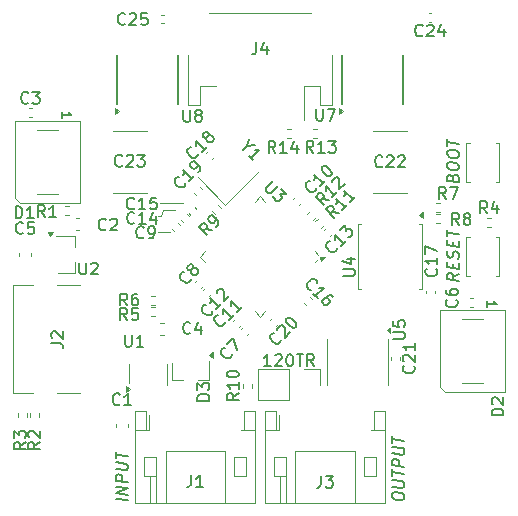
<source format=gbr>
%TF.GenerationSoftware,KiCad,Pcbnew,8.0.8*%
%TF.CreationDate,2025-02-17T01:58:26-08:00*%
%TF.ProjectId,Integrated FOC Stepper Driver,496e7465-6772-4617-9465-6420464f4320,rev?*%
%TF.SameCoordinates,Original*%
%TF.FileFunction,Legend,Top*%
%TF.FilePolarity,Positive*%
%FSLAX46Y46*%
G04 Gerber Fmt 4.6, Leading zero omitted, Abs format (unit mm)*
G04 Created by KiCad (PCBNEW 8.0.8) date 2025-02-17 01:58:26*
%MOMM*%
%LPD*%
G01*
G04 APERTURE LIST*
%ADD10C,0.100000*%
%ADD11C,0.200000*%
%ADD12C,0.150000*%
%ADD13C,0.120000*%
G04 APERTURE END LIST*
D10*
X41400000Y-47925000D02*
X42400000Y-47925000D01*
X41800000Y-46025000D02*
X41650000Y-46600000D01*
X41800000Y-46025000D02*
X42825000Y-46025000D01*
X41350000Y-46600000D02*
X41650000Y-46600000D01*
X41550000Y-45450000D02*
X43450000Y-45450000D01*
D11*
X50902380Y-59267219D02*
X50330952Y-59267219D01*
X50616666Y-59267219D02*
X50616666Y-58267219D01*
X50616666Y-58267219D02*
X50521428Y-58410076D01*
X50521428Y-58410076D02*
X50426190Y-58505314D01*
X50426190Y-58505314D02*
X50330952Y-58552933D01*
X51283333Y-58362457D02*
X51330952Y-58314838D01*
X51330952Y-58314838D02*
X51426190Y-58267219D01*
X51426190Y-58267219D02*
X51664285Y-58267219D01*
X51664285Y-58267219D02*
X51759523Y-58314838D01*
X51759523Y-58314838D02*
X51807142Y-58362457D01*
X51807142Y-58362457D02*
X51854761Y-58457695D01*
X51854761Y-58457695D02*
X51854761Y-58552933D01*
X51854761Y-58552933D02*
X51807142Y-58695790D01*
X51807142Y-58695790D02*
X51235714Y-59267219D01*
X51235714Y-59267219D02*
X51854761Y-59267219D01*
X52473809Y-58267219D02*
X52569047Y-58267219D01*
X52569047Y-58267219D02*
X52664285Y-58314838D01*
X52664285Y-58314838D02*
X52711904Y-58362457D01*
X52711904Y-58362457D02*
X52759523Y-58457695D01*
X52759523Y-58457695D02*
X52807142Y-58648171D01*
X52807142Y-58648171D02*
X52807142Y-58886266D01*
X52807142Y-58886266D02*
X52759523Y-59076742D01*
X52759523Y-59076742D02*
X52711904Y-59171980D01*
X52711904Y-59171980D02*
X52664285Y-59219600D01*
X52664285Y-59219600D02*
X52569047Y-59267219D01*
X52569047Y-59267219D02*
X52473809Y-59267219D01*
X52473809Y-59267219D02*
X52378571Y-59219600D01*
X52378571Y-59219600D02*
X52330952Y-59171980D01*
X52330952Y-59171980D02*
X52283333Y-59076742D01*
X52283333Y-59076742D02*
X52235714Y-58886266D01*
X52235714Y-58886266D02*
X52235714Y-58648171D01*
X52235714Y-58648171D02*
X52283333Y-58457695D01*
X52283333Y-58457695D02*
X52330952Y-58362457D01*
X52330952Y-58362457D02*
X52378571Y-58314838D01*
X52378571Y-58314838D02*
X52473809Y-58267219D01*
X53092857Y-58267219D02*
X53664285Y-58267219D01*
X53378571Y-59267219D02*
X53378571Y-58267219D01*
X54569047Y-59267219D02*
X54235714Y-58791028D01*
X53997619Y-59267219D02*
X53997619Y-58267219D01*
X53997619Y-58267219D02*
X54378571Y-58267219D01*
X54378571Y-58267219D02*
X54473809Y-58314838D01*
X54473809Y-58314838D02*
X54521428Y-58362457D01*
X54521428Y-58362457D02*
X54569047Y-58457695D01*
X54569047Y-58457695D02*
X54569047Y-58600552D01*
X54569047Y-58600552D02*
X54521428Y-58695790D01*
X54521428Y-58695790D02*
X54473809Y-58743409D01*
X54473809Y-58743409D02*
X54378571Y-58791028D01*
X54378571Y-58791028D02*
X53997619Y-58791028D01*
D12*
X44754449Y-41313586D02*
X44754449Y-41380930D01*
X44754449Y-41380930D02*
X44687105Y-41515617D01*
X44687105Y-41515617D02*
X44619762Y-41582960D01*
X44619762Y-41582960D02*
X44485075Y-41650304D01*
X44485075Y-41650304D02*
X44350388Y-41650304D01*
X44350388Y-41650304D02*
X44249373Y-41616632D01*
X44249373Y-41616632D02*
X44081014Y-41515617D01*
X44081014Y-41515617D02*
X43979999Y-41414602D01*
X43979999Y-41414602D02*
X43878983Y-41246243D01*
X43878983Y-41246243D02*
X43845312Y-41145228D01*
X43845312Y-41145228D02*
X43845312Y-41010541D01*
X43845312Y-41010541D02*
X43912655Y-40875854D01*
X43912655Y-40875854D02*
X43979999Y-40808510D01*
X43979999Y-40808510D02*
X44114686Y-40741167D01*
X44114686Y-40741167D02*
X44182029Y-40741167D01*
X45495227Y-40707495D02*
X45091166Y-41111556D01*
X45293197Y-40909525D02*
X44586090Y-40202419D01*
X44586090Y-40202419D02*
X44619762Y-40370777D01*
X44619762Y-40370777D02*
X44619762Y-40505464D01*
X44619762Y-40505464D02*
X44586090Y-40606480D01*
X45495228Y-39899373D02*
X45394212Y-39933044D01*
X45394212Y-39933044D02*
X45326869Y-39933044D01*
X45326869Y-39933044D02*
X45225854Y-39899373D01*
X45225854Y-39899373D02*
X45192182Y-39865701D01*
X45192182Y-39865701D02*
X45158510Y-39764686D01*
X45158510Y-39764686D02*
X45158510Y-39697342D01*
X45158510Y-39697342D02*
X45192182Y-39596327D01*
X45192182Y-39596327D02*
X45326869Y-39461640D01*
X45326869Y-39461640D02*
X45427884Y-39427968D01*
X45427884Y-39427968D02*
X45495228Y-39427968D01*
X45495228Y-39427968D02*
X45596243Y-39461640D01*
X45596243Y-39461640D02*
X45629915Y-39495312D01*
X45629915Y-39495312D02*
X45663586Y-39596327D01*
X45663586Y-39596327D02*
X45663586Y-39663670D01*
X45663586Y-39663670D02*
X45629915Y-39764686D01*
X45629915Y-39764686D02*
X45495228Y-39899373D01*
X45495228Y-39899373D02*
X45461556Y-40000388D01*
X45461556Y-40000388D02*
X45461556Y-40067731D01*
X45461556Y-40067731D02*
X45495228Y-40168747D01*
X45495228Y-40168747D02*
X45629915Y-40303434D01*
X45629915Y-40303434D02*
X45730930Y-40337105D01*
X45730930Y-40337105D02*
X45798273Y-40337105D01*
X45798273Y-40337105D02*
X45899289Y-40303434D01*
X45899289Y-40303434D02*
X46033976Y-40168747D01*
X46033976Y-40168747D02*
X46067647Y-40067731D01*
X46067647Y-40067731D02*
X46067647Y-40000388D01*
X46067647Y-40000388D02*
X46033976Y-39899373D01*
X46033976Y-39899373D02*
X45899289Y-39764686D01*
X45899289Y-39764686D02*
X45798273Y-39731014D01*
X45798273Y-39731014D02*
X45730930Y-39731014D01*
X45730930Y-39731014D02*
X45629915Y-39764686D01*
X54774693Y-44183830D02*
X54774693Y-44251174D01*
X54774693Y-44251174D02*
X54707349Y-44385861D01*
X54707349Y-44385861D02*
X54640006Y-44453204D01*
X54640006Y-44453204D02*
X54505319Y-44520548D01*
X54505319Y-44520548D02*
X54370632Y-44520548D01*
X54370632Y-44520548D02*
X54269617Y-44486876D01*
X54269617Y-44486876D02*
X54101258Y-44385861D01*
X54101258Y-44385861D02*
X54000243Y-44284846D01*
X54000243Y-44284846D02*
X53899227Y-44116487D01*
X53899227Y-44116487D02*
X53865556Y-44015472D01*
X53865556Y-44015472D02*
X53865556Y-43880785D01*
X53865556Y-43880785D02*
X53932899Y-43746098D01*
X53932899Y-43746098D02*
X54000243Y-43678754D01*
X54000243Y-43678754D02*
X54134930Y-43611411D01*
X54134930Y-43611411D02*
X54202273Y-43611411D01*
X55515471Y-43577739D02*
X55111410Y-43981800D01*
X55313441Y-43779769D02*
X54606334Y-43072663D01*
X54606334Y-43072663D02*
X54640006Y-43241021D01*
X54640006Y-43241021D02*
X54640006Y-43375708D01*
X54640006Y-43375708D02*
X54606334Y-43476724D01*
X55246098Y-42432899D02*
X55313441Y-42365556D01*
X55313441Y-42365556D02*
X55414456Y-42331884D01*
X55414456Y-42331884D02*
X55481800Y-42331884D01*
X55481800Y-42331884D02*
X55582815Y-42365556D01*
X55582815Y-42365556D02*
X55751174Y-42466571D01*
X55751174Y-42466571D02*
X55919533Y-42634930D01*
X55919533Y-42634930D02*
X56020548Y-42803288D01*
X56020548Y-42803288D02*
X56054220Y-42904304D01*
X56054220Y-42904304D02*
X56054220Y-42971647D01*
X56054220Y-42971647D02*
X56020548Y-43072662D01*
X56020548Y-43072662D02*
X55953204Y-43140006D01*
X55953204Y-43140006D02*
X55852189Y-43173678D01*
X55852189Y-43173678D02*
X55784846Y-43173678D01*
X55784846Y-43173678D02*
X55683830Y-43140006D01*
X55683830Y-43140006D02*
X55515472Y-43038991D01*
X55515472Y-43038991D02*
X55347113Y-42870632D01*
X55347113Y-42870632D02*
X55246098Y-42702273D01*
X55246098Y-42702273D02*
X55212426Y-42601258D01*
X55212426Y-42601258D02*
X55212426Y-42533914D01*
X55212426Y-42533914D02*
X55246098Y-42432899D01*
X31783333Y-46654819D02*
X31450000Y-46178628D01*
X31211905Y-46654819D02*
X31211905Y-45654819D01*
X31211905Y-45654819D02*
X31592857Y-45654819D01*
X31592857Y-45654819D02*
X31688095Y-45702438D01*
X31688095Y-45702438D02*
X31735714Y-45750057D01*
X31735714Y-45750057D02*
X31783333Y-45845295D01*
X31783333Y-45845295D02*
X31783333Y-45988152D01*
X31783333Y-45988152D02*
X31735714Y-46083390D01*
X31735714Y-46083390D02*
X31688095Y-46131009D01*
X31688095Y-46131009D02*
X31592857Y-46178628D01*
X31592857Y-46178628D02*
X31211905Y-46178628D01*
X32735714Y-46654819D02*
X32164286Y-46654819D01*
X32450000Y-46654819D02*
X32450000Y-45654819D01*
X32450000Y-45654819D02*
X32354762Y-45797676D01*
X32354762Y-45797676D02*
X32259524Y-45892914D01*
X32259524Y-45892914D02*
X32164286Y-45940533D01*
X51769937Y-57029074D02*
X51769937Y-57096418D01*
X51769937Y-57096418D02*
X51702593Y-57231105D01*
X51702593Y-57231105D02*
X51635250Y-57298448D01*
X51635250Y-57298448D02*
X51500563Y-57365792D01*
X51500563Y-57365792D02*
X51365876Y-57365792D01*
X51365876Y-57365792D02*
X51264861Y-57332120D01*
X51264861Y-57332120D02*
X51096502Y-57231105D01*
X51096502Y-57231105D02*
X50995487Y-57130090D01*
X50995487Y-57130090D02*
X50894471Y-56961731D01*
X50894471Y-56961731D02*
X50860800Y-56860716D01*
X50860800Y-56860716D02*
X50860800Y-56726029D01*
X50860800Y-56726029D02*
X50928143Y-56591342D01*
X50928143Y-56591342D02*
X50995487Y-56523998D01*
X50995487Y-56523998D02*
X51130174Y-56456655D01*
X51130174Y-56456655D02*
X51197517Y-56456655D01*
X51466891Y-56187281D02*
X51466891Y-56119937D01*
X51466891Y-56119937D02*
X51500563Y-56018922D01*
X51500563Y-56018922D02*
X51668922Y-55850563D01*
X51668922Y-55850563D02*
X51769937Y-55816891D01*
X51769937Y-55816891D02*
X51837280Y-55816891D01*
X51837280Y-55816891D02*
X51938296Y-55850563D01*
X51938296Y-55850563D02*
X52005639Y-55917907D01*
X52005639Y-55917907D02*
X52072983Y-56052594D01*
X52072983Y-56052594D02*
X52072983Y-56860716D01*
X52072983Y-56860716D02*
X52510715Y-56422983D01*
X52241342Y-55278143D02*
X52308685Y-55210800D01*
X52308685Y-55210800D02*
X52409700Y-55177128D01*
X52409700Y-55177128D02*
X52477044Y-55177128D01*
X52477044Y-55177128D02*
X52578059Y-55210800D01*
X52578059Y-55210800D02*
X52746418Y-55311815D01*
X52746418Y-55311815D02*
X52914777Y-55480174D01*
X52914777Y-55480174D02*
X53015792Y-55648532D01*
X53015792Y-55648532D02*
X53049464Y-55749548D01*
X53049464Y-55749548D02*
X53049464Y-55816891D01*
X53049464Y-55816891D02*
X53015792Y-55917906D01*
X53015792Y-55917906D02*
X52948448Y-55985250D01*
X52948448Y-55985250D02*
X52847433Y-56018922D01*
X52847433Y-56018922D02*
X52780090Y-56018922D01*
X52780090Y-56018922D02*
X52679074Y-55985250D01*
X52679074Y-55985250D02*
X52510716Y-55884235D01*
X52510716Y-55884235D02*
X52342357Y-55715876D01*
X52342357Y-55715876D02*
X52241342Y-55547517D01*
X52241342Y-55547517D02*
X52207670Y-55446502D01*
X52207670Y-55446502D02*
X52207670Y-55379158D01*
X52207670Y-55379158D02*
X52241342Y-55278143D01*
X56692036Y-46301173D02*
X56119617Y-46200158D01*
X56287975Y-46705234D02*
X55580869Y-45998127D01*
X55580869Y-45998127D02*
X55850243Y-45728753D01*
X55850243Y-45728753D02*
X55951258Y-45695081D01*
X55951258Y-45695081D02*
X56018601Y-45695081D01*
X56018601Y-45695081D02*
X56119617Y-45728753D01*
X56119617Y-45728753D02*
X56220632Y-45829768D01*
X56220632Y-45829768D02*
X56254304Y-45930784D01*
X56254304Y-45930784D02*
X56254304Y-45998127D01*
X56254304Y-45998127D02*
X56220632Y-46099142D01*
X56220632Y-46099142D02*
X55951258Y-46368516D01*
X57365471Y-45627738D02*
X56961410Y-46031799D01*
X57163441Y-45829768D02*
X56456334Y-45122662D01*
X56456334Y-45122662D02*
X56490006Y-45291020D01*
X56490006Y-45291020D02*
X56490006Y-45425707D01*
X56490006Y-45425707D02*
X56456334Y-45526723D01*
X58038907Y-44954303D02*
X57634846Y-45358364D01*
X57836876Y-45156333D02*
X57129769Y-44449226D01*
X57129769Y-44449226D02*
X57163441Y-44617585D01*
X57163441Y-44617585D02*
X57163441Y-44752272D01*
X57163441Y-44752272D02*
X57129769Y-44853287D01*
X31354819Y-65691666D02*
X30878628Y-66024999D01*
X31354819Y-66263094D02*
X30354819Y-66263094D01*
X30354819Y-66263094D02*
X30354819Y-65882142D01*
X30354819Y-65882142D02*
X30402438Y-65786904D01*
X30402438Y-65786904D02*
X30450057Y-65739285D01*
X30450057Y-65739285D02*
X30545295Y-65691666D01*
X30545295Y-65691666D02*
X30688152Y-65691666D01*
X30688152Y-65691666D02*
X30783390Y-65739285D01*
X30783390Y-65739285D02*
X30831009Y-65786904D01*
X30831009Y-65786904D02*
X30878628Y-65882142D01*
X30878628Y-65882142D02*
X30878628Y-66263094D01*
X30450057Y-65310713D02*
X30402438Y-65263094D01*
X30402438Y-65263094D02*
X30354819Y-65167856D01*
X30354819Y-65167856D02*
X30354819Y-64929761D01*
X30354819Y-64929761D02*
X30402438Y-64834523D01*
X30402438Y-64834523D02*
X30450057Y-64786904D01*
X30450057Y-64786904D02*
X30545295Y-64739285D01*
X30545295Y-64739285D02*
X30640533Y-64739285D01*
X30640533Y-64739285D02*
X30783390Y-64786904D01*
X30783390Y-64786904D02*
X31354819Y-65358332D01*
X31354819Y-65358332D02*
X31354819Y-64739285D01*
X66858333Y-47304819D02*
X66525000Y-46828628D01*
X66286905Y-47304819D02*
X66286905Y-46304819D01*
X66286905Y-46304819D02*
X66667857Y-46304819D01*
X66667857Y-46304819D02*
X66763095Y-46352438D01*
X66763095Y-46352438D02*
X66810714Y-46400057D01*
X66810714Y-46400057D02*
X66858333Y-46495295D01*
X66858333Y-46495295D02*
X66858333Y-46638152D01*
X66858333Y-46638152D02*
X66810714Y-46733390D01*
X66810714Y-46733390D02*
X66763095Y-46781009D01*
X66763095Y-46781009D02*
X66667857Y-46828628D01*
X66667857Y-46828628D02*
X66286905Y-46828628D01*
X67429762Y-46733390D02*
X67334524Y-46685771D01*
X67334524Y-46685771D02*
X67286905Y-46638152D01*
X67286905Y-46638152D02*
X67239286Y-46542914D01*
X67239286Y-46542914D02*
X67239286Y-46495295D01*
X67239286Y-46495295D02*
X67286905Y-46400057D01*
X67286905Y-46400057D02*
X67334524Y-46352438D01*
X67334524Y-46352438D02*
X67429762Y-46304819D01*
X67429762Y-46304819D02*
X67620238Y-46304819D01*
X67620238Y-46304819D02*
X67715476Y-46352438D01*
X67715476Y-46352438D02*
X67763095Y-46400057D01*
X67763095Y-46400057D02*
X67810714Y-46495295D01*
X67810714Y-46495295D02*
X67810714Y-46542914D01*
X67810714Y-46542914D02*
X67763095Y-46638152D01*
X67763095Y-46638152D02*
X67715476Y-46685771D01*
X67715476Y-46685771D02*
X67620238Y-46733390D01*
X67620238Y-46733390D02*
X67429762Y-46733390D01*
X67429762Y-46733390D02*
X67334524Y-46781009D01*
X67334524Y-46781009D02*
X67286905Y-46828628D01*
X67286905Y-46828628D02*
X67239286Y-46923866D01*
X67239286Y-46923866D02*
X67239286Y-47114342D01*
X67239286Y-47114342D02*
X67286905Y-47209580D01*
X67286905Y-47209580D02*
X67334524Y-47257200D01*
X67334524Y-47257200D02*
X67429762Y-47304819D01*
X67429762Y-47304819D02*
X67620238Y-47304819D01*
X67620238Y-47304819D02*
X67715476Y-47257200D01*
X67715476Y-47257200D02*
X67763095Y-47209580D01*
X67763095Y-47209580D02*
X67810714Y-47114342D01*
X67810714Y-47114342D02*
X67810714Y-46923866D01*
X67810714Y-46923866D02*
X67763095Y-46828628D01*
X67763095Y-46828628D02*
X67715476Y-46781009D01*
X67715476Y-46781009D02*
X67620238Y-46733390D01*
X70604819Y-63438094D02*
X69604819Y-63438094D01*
X69604819Y-63438094D02*
X69604819Y-63199999D01*
X69604819Y-63199999D02*
X69652438Y-63057142D01*
X69652438Y-63057142D02*
X69747676Y-62961904D01*
X69747676Y-62961904D02*
X69842914Y-62914285D01*
X69842914Y-62914285D02*
X70033390Y-62866666D01*
X70033390Y-62866666D02*
X70176247Y-62866666D01*
X70176247Y-62866666D02*
X70366723Y-62914285D01*
X70366723Y-62914285D02*
X70461961Y-62961904D01*
X70461961Y-62961904D02*
X70557200Y-63057142D01*
X70557200Y-63057142D02*
X70604819Y-63199999D01*
X70604819Y-63199999D02*
X70604819Y-63438094D01*
X69700057Y-62485713D02*
X69652438Y-62438094D01*
X69652438Y-62438094D02*
X69604819Y-62342856D01*
X69604819Y-62342856D02*
X69604819Y-62104761D01*
X69604819Y-62104761D02*
X69652438Y-62009523D01*
X69652438Y-62009523D02*
X69700057Y-61961904D01*
X69700057Y-61961904D02*
X69795295Y-61914285D01*
X69795295Y-61914285D02*
X69890533Y-61914285D01*
X69890533Y-61914285D02*
X70033390Y-61961904D01*
X70033390Y-61961904D02*
X70604819Y-62533332D01*
X70604819Y-62533332D02*
X70604819Y-61914285D01*
X69237704Y-54228571D02*
X69237704Y-53771428D01*
X69237704Y-54000000D02*
X70037704Y-54000000D01*
X70037704Y-54000000D02*
X69923419Y-53923809D01*
X69923419Y-53923809D02*
X69847228Y-53847619D01*
X69847228Y-53847619D02*
X69809133Y-53771428D01*
X65733333Y-45129819D02*
X65400000Y-44653628D01*
X65161905Y-45129819D02*
X65161905Y-44129819D01*
X65161905Y-44129819D02*
X65542857Y-44129819D01*
X65542857Y-44129819D02*
X65638095Y-44177438D01*
X65638095Y-44177438D02*
X65685714Y-44225057D01*
X65685714Y-44225057D02*
X65733333Y-44320295D01*
X65733333Y-44320295D02*
X65733333Y-44463152D01*
X65733333Y-44463152D02*
X65685714Y-44558390D01*
X65685714Y-44558390D02*
X65638095Y-44606009D01*
X65638095Y-44606009D02*
X65542857Y-44653628D01*
X65542857Y-44653628D02*
X65161905Y-44653628D01*
X66066667Y-44129819D02*
X66733333Y-44129819D01*
X66733333Y-44129819D02*
X66304762Y-45129819D01*
X57029819Y-51636904D02*
X57839342Y-51636904D01*
X57839342Y-51636904D02*
X57934580Y-51589285D01*
X57934580Y-51589285D02*
X57982200Y-51541666D01*
X57982200Y-51541666D02*
X58029819Y-51446428D01*
X58029819Y-51446428D02*
X58029819Y-51255952D01*
X58029819Y-51255952D02*
X57982200Y-51160714D01*
X57982200Y-51160714D02*
X57934580Y-51113095D01*
X57934580Y-51113095D02*
X57839342Y-51065476D01*
X57839342Y-51065476D02*
X57029819Y-51065476D01*
X57363152Y-50160714D02*
X58029819Y-50160714D01*
X56982200Y-50398809D02*
X57696485Y-50636904D01*
X57696485Y-50636904D02*
X57696485Y-50017857D01*
X47611411Y-58272112D02*
X47611411Y-58339456D01*
X47611411Y-58339456D02*
X47544067Y-58474143D01*
X47544067Y-58474143D02*
X47476724Y-58541486D01*
X47476724Y-58541486D02*
X47342037Y-58608830D01*
X47342037Y-58608830D02*
X47207350Y-58608830D01*
X47207350Y-58608830D02*
X47106335Y-58575158D01*
X47106335Y-58575158D02*
X46937976Y-58474143D01*
X46937976Y-58474143D02*
X46836961Y-58373128D01*
X46836961Y-58373128D02*
X46735945Y-58204769D01*
X46735945Y-58204769D02*
X46702274Y-58103754D01*
X46702274Y-58103754D02*
X46702274Y-57969067D01*
X46702274Y-57969067D02*
X46769617Y-57834380D01*
X46769617Y-57834380D02*
X46836961Y-57767036D01*
X46836961Y-57767036D02*
X46971648Y-57699693D01*
X46971648Y-57699693D02*
X47038991Y-57699693D01*
X47207350Y-57396647D02*
X47678754Y-56925242D01*
X47678754Y-56925242D02*
X48082815Y-57935395D01*
X38133333Y-62484580D02*
X38085714Y-62532200D01*
X38085714Y-62532200D02*
X37942857Y-62579819D01*
X37942857Y-62579819D02*
X37847619Y-62579819D01*
X37847619Y-62579819D02*
X37704762Y-62532200D01*
X37704762Y-62532200D02*
X37609524Y-62436961D01*
X37609524Y-62436961D02*
X37561905Y-62341723D01*
X37561905Y-62341723D02*
X37514286Y-62151247D01*
X37514286Y-62151247D02*
X37514286Y-62008390D01*
X37514286Y-62008390D02*
X37561905Y-61817914D01*
X37561905Y-61817914D02*
X37609524Y-61722676D01*
X37609524Y-61722676D02*
X37704762Y-61627438D01*
X37704762Y-61627438D02*
X37847619Y-61579819D01*
X37847619Y-61579819D02*
X37942857Y-61579819D01*
X37942857Y-61579819D02*
X38085714Y-61627438D01*
X38085714Y-61627438D02*
X38133333Y-61675057D01*
X39085714Y-62579819D02*
X38514286Y-62579819D01*
X38800000Y-62579819D02*
X38800000Y-61579819D01*
X38800000Y-61579819D02*
X38704762Y-61722676D01*
X38704762Y-61722676D02*
X38609524Y-61817914D01*
X38609524Y-61817914D02*
X38514286Y-61865533D01*
X38582142Y-30284580D02*
X38534523Y-30332200D01*
X38534523Y-30332200D02*
X38391666Y-30379819D01*
X38391666Y-30379819D02*
X38296428Y-30379819D01*
X38296428Y-30379819D02*
X38153571Y-30332200D01*
X38153571Y-30332200D02*
X38058333Y-30236961D01*
X38058333Y-30236961D02*
X38010714Y-30141723D01*
X38010714Y-30141723D02*
X37963095Y-29951247D01*
X37963095Y-29951247D02*
X37963095Y-29808390D01*
X37963095Y-29808390D02*
X38010714Y-29617914D01*
X38010714Y-29617914D02*
X38058333Y-29522676D01*
X38058333Y-29522676D02*
X38153571Y-29427438D01*
X38153571Y-29427438D02*
X38296428Y-29379819D01*
X38296428Y-29379819D02*
X38391666Y-29379819D01*
X38391666Y-29379819D02*
X38534523Y-29427438D01*
X38534523Y-29427438D02*
X38582142Y-29475057D01*
X38963095Y-29475057D02*
X39010714Y-29427438D01*
X39010714Y-29427438D02*
X39105952Y-29379819D01*
X39105952Y-29379819D02*
X39344047Y-29379819D01*
X39344047Y-29379819D02*
X39439285Y-29427438D01*
X39439285Y-29427438D02*
X39486904Y-29475057D01*
X39486904Y-29475057D02*
X39534523Y-29570295D01*
X39534523Y-29570295D02*
X39534523Y-29665533D01*
X39534523Y-29665533D02*
X39486904Y-29808390D01*
X39486904Y-29808390D02*
X38915476Y-30379819D01*
X38915476Y-30379819D02*
X39534523Y-30379819D01*
X40439285Y-29379819D02*
X39963095Y-29379819D01*
X39963095Y-29379819D02*
X39915476Y-29856009D01*
X39915476Y-29856009D02*
X39963095Y-29808390D01*
X39963095Y-29808390D02*
X40058333Y-29760771D01*
X40058333Y-29760771D02*
X40296428Y-29760771D01*
X40296428Y-29760771D02*
X40391666Y-29808390D01*
X40391666Y-29808390D02*
X40439285Y-29856009D01*
X40439285Y-29856009D02*
X40486904Y-29951247D01*
X40486904Y-29951247D02*
X40486904Y-30189342D01*
X40486904Y-30189342D02*
X40439285Y-30284580D01*
X40439285Y-30284580D02*
X40391666Y-30332200D01*
X40391666Y-30332200D02*
X40296428Y-30379819D01*
X40296428Y-30379819D02*
X40058333Y-30379819D01*
X40058333Y-30379819D02*
X39963095Y-30332200D01*
X39963095Y-30332200D02*
X39915476Y-30284580D01*
X38758333Y-54129819D02*
X38425000Y-53653628D01*
X38186905Y-54129819D02*
X38186905Y-53129819D01*
X38186905Y-53129819D02*
X38567857Y-53129819D01*
X38567857Y-53129819D02*
X38663095Y-53177438D01*
X38663095Y-53177438D02*
X38710714Y-53225057D01*
X38710714Y-53225057D02*
X38758333Y-53320295D01*
X38758333Y-53320295D02*
X38758333Y-53463152D01*
X38758333Y-53463152D02*
X38710714Y-53558390D01*
X38710714Y-53558390D02*
X38663095Y-53606009D01*
X38663095Y-53606009D02*
X38567857Y-53653628D01*
X38567857Y-53653628D02*
X38186905Y-53653628D01*
X39615476Y-53129819D02*
X39425000Y-53129819D01*
X39425000Y-53129819D02*
X39329762Y-53177438D01*
X39329762Y-53177438D02*
X39282143Y-53225057D01*
X39282143Y-53225057D02*
X39186905Y-53367914D01*
X39186905Y-53367914D02*
X39139286Y-53558390D01*
X39139286Y-53558390D02*
X39139286Y-53939342D01*
X39139286Y-53939342D02*
X39186905Y-54034580D01*
X39186905Y-54034580D02*
X39234524Y-54082200D01*
X39234524Y-54082200D02*
X39329762Y-54129819D01*
X39329762Y-54129819D02*
X39520238Y-54129819D01*
X39520238Y-54129819D02*
X39615476Y-54082200D01*
X39615476Y-54082200D02*
X39663095Y-54034580D01*
X39663095Y-54034580D02*
X39710714Y-53939342D01*
X39710714Y-53939342D02*
X39710714Y-53701247D01*
X39710714Y-53701247D02*
X39663095Y-53606009D01*
X39663095Y-53606009D02*
X39615476Y-53558390D01*
X39615476Y-53558390D02*
X39520238Y-53510771D01*
X39520238Y-53510771D02*
X39329762Y-53510771D01*
X39329762Y-53510771D02*
X39234524Y-53558390D01*
X39234524Y-53558390D02*
X39186905Y-53606009D01*
X39186905Y-53606009D02*
X39139286Y-53701247D01*
X39348563Y-45907498D02*
X39300944Y-45955118D01*
X39300944Y-45955118D02*
X39158087Y-46002737D01*
X39158087Y-46002737D02*
X39062849Y-46002737D01*
X39062849Y-46002737D02*
X38919992Y-45955118D01*
X38919992Y-45955118D02*
X38824754Y-45859879D01*
X38824754Y-45859879D02*
X38777135Y-45764641D01*
X38777135Y-45764641D02*
X38729516Y-45574165D01*
X38729516Y-45574165D02*
X38729516Y-45431308D01*
X38729516Y-45431308D02*
X38777135Y-45240832D01*
X38777135Y-45240832D02*
X38824754Y-45145594D01*
X38824754Y-45145594D02*
X38919992Y-45050356D01*
X38919992Y-45050356D02*
X39062849Y-45002737D01*
X39062849Y-45002737D02*
X39158087Y-45002737D01*
X39158087Y-45002737D02*
X39300944Y-45050356D01*
X39300944Y-45050356D02*
X39348563Y-45097975D01*
X40300944Y-46002737D02*
X39729516Y-46002737D01*
X40015230Y-46002737D02*
X40015230Y-45002737D01*
X40015230Y-45002737D02*
X39919992Y-45145594D01*
X39919992Y-45145594D02*
X39824754Y-45240832D01*
X39824754Y-45240832D02*
X39729516Y-45288451D01*
X41205706Y-45002737D02*
X40729516Y-45002737D01*
X40729516Y-45002737D02*
X40681897Y-45478927D01*
X40681897Y-45478927D02*
X40729516Y-45431308D01*
X40729516Y-45431308D02*
X40824754Y-45383689D01*
X40824754Y-45383689D02*
X41062849Y-45383689D01*
X41062849Y-45383689D02*
X41158087Y-45431308D01*
X41158087Y-45431308D02*
X41205706Y-45478927D01*
X41205706Y-45478927D02*
X41253325Y-45574165D01*
X41253325Y-45574165D02*
X41253325Y-45812260D01*
X41253325Y-45812260D02*
X41205706Y-45907498D01*
X41205706Y-45907498D02*
X41158087Y-45955118D01*
X41158087Y-45955118D02*
X41062849Y-46002737D01*
X41062849Y-46002737D02*
X40824754Y-46002737D01*
X40824754Y-46002737D02*
X40729516Y-45955118D01*
X40729516Y-45955118D02*
X40681897Y-45907498D01*
X30179819Y-65691666D02*
X29703628Y-66024999D01*
X30179819Y-66263094D02*
X29179819Y-66263094D01*
X29179819Y-66263094D02*
X29179819Y-65882142D01*
X29179819Y-65882142D02*
X29227438Y-65786904D01*
X29227438Y-65786904D02*
X29275057Y-65739285D01*
X29275057Y-65739285D02*
X29370295Y-65691666D01*
X29370295Y-65691666D02*
X29513152Y-65691666D01*
X29513152Y-65691666D02*
X29608390Y-65739285D01*
X29608390Y-65739285D02*
X29656009Y-65786904D01*
X29656009Y-65786904D02*
X29703628Y-65882142D01*
X29703628Y-65882142D02*
X29703628Y-66263094D01*
X29179819Y-65358332D02*
X29179819Y-64739285D01*
X29179819Y-64739285D02*
X29560771Y-65072618D01*
X29560771Y-65072618D02*
X29560771Y-64929761D01*
X29560771Y-64929761D02*
X29608390Y-64834523D01*
X29608390Y-64834523D02*
X29656009Y-64786904D01*
X29656009Y-64786904D02*
X29751247Y-64739285D01*
X29751247Y-64739285D02*
X29989342Y-64739285D01*
X29989342Y-64739285D02*
X30084580Y-64786904D01*
X30084580Y-64786904D02*
X30132200Y-64834523D01*
X30132200Y-64834523D02*
X30179819Y-64929761D01*
X30179819Y-64929761D02*
X30179819Y-65215475D01*
X30179819Y-65215475D02*
X30132200Y-65310713D01*
X30132200Y-65310713D02*
X30084580Y-65358332D01*
X60357142Y-42334580D02*
X60309523Y-42382200D01*
X60309523Y-42382200D02*
X60166666Y-42429819D01*
X60166666Y-42429819D02*
X60071428Y-42429819D01*
X60071428Y-42429819D02*
X59928571Y-42382200D01*
X59928571Y-42382200D02*
X59833333Y-42286961D01*
X59833333Y-42286961D02*
X59785714Y-42191723D01*
X59785714Y-42191723D02*
X59738095Y-42001247D01*
X59738095Y-42001247D02*
X59738095Y-41858390D01*
X59738095Y-41858390D02*
X59785714Y-41667914D01*
X59785714Y-41667914D02*
X59833333Y-41572676D01*
X59833333Y-41572676D02*
X59928571Y-41477438D01*
X59928571Y-41477438D02*
X60071428Y-41429819D01*
X60071428Y-41429819D02*
X60166666Y-41429819D01*
X60166666Y-41429819D02*
X60309523Y-41477438D01*
X60309523Y-41477438D02*
X60357142Y-41525057D01*
X60738095Y-41525057D02*
X60785714Y-41477438D01*
X60785714Y-41477438D02*
X60880952Y-41429819D01*
X60880952Y-41429819D02*
X61119047Y-41429819D01*
X61119047Y-41429819D02*
X61214285Y-41477438D01*
X61214285Y-41477438D02*
X61261904Y-41525057D01*
X61261904Y-41525057D02*
X61309523Y-41620295D01*
X61309523Y-41620295D02*
X61309523Y-41715533D01*
X61309523Y-41715533D02*
X61261904Y-41858390D01*
X61261904Y-41858390D02*
X60690476Y-42429819D01*
X60690476Y-42429819D02*
X61309523Y-42429819D01*
X61690476Y-41525057D02*
X61738095Y-41477438D01*
X61738095Y-41477438D02*
X61833333Y-41429819D01*
X61833333Y-41429819D02*
X62071428Y-41429819D01*
X62071428Y-41429819D02*
X62166666Y-41477438D01*
X62166666Y-41477438D02*
X62214285Y-41525057D01*
X62214285Y-41525057D02*
X62261904Y-41620295D01*
X62261904Y-41620295D02*
X62261904Y-41715533D01*
X62261904Y-41715533D02*
X62214285Y-41858390D01*
X62214285Y-41858390D02*
X61642857Y-42429819D01*
X61642857Y-42429819D02*
X62261904Y-42429819D01*
X49691666Y-31854819D02*
X49691666Y-32569104D01*
X49691666Y-32569104D02*
X49644047Y-32711961D01*
X49644047Y-32711961D02*
X49548809Y-32807200D01*
X49548809Y-32807200D02*
X49405952Y-32854819D01*
X49405952Y-32854819D02*
X49310714Y-32854819D01*
X50596428Y-32188152D02*
X50596428Y-32854819D01*
X50358333Y-31807200D02*
X50120238Y-32521485D01*
X50120238Y-32521485D02*
X50739285Y-32521485D01*
X48928394Y-40673170D02*
X48591676Y-41009888D01*
X49063081Y-40067079D02*
X48928394Y-40673170D01*
X48928394Y-40673170D02*
X49534485Y-40538483D01*
X49433470Y-41851681D02*
X49029409Y-41447620D01*
X49231440Y-41649651D02*
X49938546Y-40942544D01*
X49938546Y-40942544D02*
X49770188Y-40976216D01*
X49770188Y-40976216D02*
X49635501Y-40976216D01*
X49635501Y-40976216D02*
X49534485Y-40942544D01*
X44108333Y-56459580D02*
X44060714Y-56507200D01*
X44060714Y-56507200D02*
X43917857Y-56554819D01*
X43917857Y-56554819D02*
X43822619Y-56554819D01*
X43822619Y-56554819D02*
X43679762Y-56507200D01*
X43679762Y-56507200D02*
X43584524Y-56411961D01*
X43584524Y-56411961D02*
X43536905Y-56316723D01*
X43536905Y-56316723D02*
X43489286Y-56126247D01*
X43489286Y-56126247D02*
X43489286Y-55983390D01*
X43489286Y-55983390D02*
X43536905Y-55792914D01*
X43536905Y-55792914D02*
X43584524Y-55697676D01*
X43584524Y-55697676D02*
X43679762Y-55602438D01*
X43679762Y-55602438D02*
X43822619Y-55554819D01*
X43822619Y-55554819D02*
X43917857Y-55554819D01*
X43917857Y-55554819D02*
X44060714Y-55602438D01*
X44060714Y-55602438D02*
X44108333Y-55650057D01*
X44965476Y-55888152D02*
X44965476Y-56554819D01*
X44727381Y-55507200D02*
X44489286Y-56221485D01*
X44489286Y-56221485D02*
X45108333Y-56221485D01*
X64909580Y-51042857D02*
X64957200Y-51090476D01*
X64957200Y-51090476D02*
X65004819Y-51233333D01*
X65004819Y-51233333D02*
X65004819Y-51328571D01*
X65004819Y-51328571D02*
X64957200Y-51471428D01*
X64957200Y-51471428D02*
X64861961Y-51566666D01*
X64861961Y-51566666D02*
X64766723Y-51614285D01*
X64766723Y-51614285D02*
X64576247Y-51661904D01*
X64576247Y-51661904D02*
X64433390Y-51661904D01*
X64433390Y-51661904D02*
X64242914Y-51614285D01*
X64242914Y-51614285D02*
X64147676Y-51566666D01*
X64147676Y-51566666D02*
X64052438Y-51471428D01*
X64052438Y-51471428D02*
X64004819Y-51328571D01*
X64004819Y-51328571D02*
X64004819Y-51233333D01*
X64004819Y-51233333D02*
X64052438Y-51090476D01*
X64052438Y-51090476D02*
X64100057Y-51042857D01*
X65004819Y-50090476D02*
X65004819Y-50661904D01*
X65004819Y-50376190D02*
X64004819Y-50376190D01*
X64004819Y-50376190D02*
X64147676Y-50471428D01*
X64147676Y-50471428D02*
X64242914Y-50566666D01*
X64242914Y-50566666D02*
X64290533Y-50661904D01*
X64004819Y-49757142D02*
X64004819Y-49090476D01*
X64004819Y-49090476D02*
X65004819Y-49519047D01*
X38758333Y-55354819D02*
X38425000Y-54878628D01*
X38186905Y-55354819D02*
X38186905Y-54354819D01*
X38186905Y-54354819D02*
X38567857Y-54354819D01*
X38567857Y-54354819D02*
X38663095Y-54402438D01*
X38663095Y-54402438D02*
X38710714Y-54450057D01*
X38710714Y-54450057D02*
X38758333Y-54545295D01*
X38758333Y-54545295D02*
X38758333Y-54688152D01*
X38758333Y-54688152D02*
X38710714Y-54783390D01*
X38710714Y-54783390D02*
X38663095Y-54831009D01*
X38663095Y-54831009D02*
X38567857Y-54878628D01*
X38567857Y-54878628D02*
X38186905Y-54878628D01*
X39663095Y-54354819D02*
X39186905Y-54354819D01*
X39186905Y-54354819D02*
X39139286Y-54831009D01*
X39139286Y-54831009D02*
X39186905Y-54783390D01*
X39186905Y-54783390D02*
X39282143Y-54735771D01*
X39282143Y-54735771D02*
X39520238Y-54735771D01*
X39520238Y-54735771D02*
X39615476Y-54783390D01*
X39615476Y-54783390D02*
X39663095Y-54831009D01*
X39663095Y-54831009D02*
X39710714Y-54926247D01*
X39710714Y-54926247D02*
X39710714Y-55164342D01*
X39710714Y-55164342D02*
X39663095Y-55259580D01*
X39663095Y-55259580D02*
X39615476Y-55307200D01*
X39615476Y-55307200D02*
X39520238Y-55354819D01*
X39520238Y-55354819D02*
X39282143Y-55354819D01*
X39282143Y-55354819D02*
X39186905Y-55307200D01*
X39186905Y-55307200D02*
X39139286Y-55259580D01*
X43674693Y-43808830D02*
X43674693Y-43876174D01*
X43674693Y-43876174D02*
X43607349Y-44010861D01*
X43607349Y-44010861D02*
X43540006Y-44078204D01*
X43540006Y-44078204D02*
X43405319Y-44145548D01*
X43405319Y-44145548D02*
X43270632Y-44145548D01*
X43270632Y-44145548D02*
X43169617Y-44111876D01*
X43169617Y-44111876D02*
X43001258Y-44010861D01*
X43001258Y-44010861D02*
X42900243Y-43909846D01*
X42900243Y-43909846D02*
X42799227Y-43741487D01*
X42799227Y-43741487D02*
X42765556Y-43640472D01*
X42765556Y-43640472D02*
X42765556Y-43505785D01*
X42765556Y-43505785D02*
X42832899Y-43371098D01*
X42832899Y-43371098D02*
X42900243Y-43303754D01*
X42900243Y-43303754D02*
X43034930Y-43236411D01*
X43034930Y-43236411D02*
X43102273Y-43236411D01*
X44415471Y-43202739D02*
X44011410Y-43606800D01*
X44213441Y-43404769D02*
X43506334Y-42697663D01*
X43506334Y-42697663D02*
X43540006Y-42866021D01*
X43540006Y-42866021D02*
X43540006Y-43000708D01*
X43540006Y-43000708D02*
X43506334Y-43101724D01*
X44752189Y-42866021D02*
X44886876Y-42731334D01*
X44886876Y-42731334D02*
X44920548Y-42630319D01*
X44920548Y-42630319D02*
X44920548Y-42562975D01*
X44920548Y-42562975D02*
X44886876Y-42394617D01*
X44886876Y-42394617D02*
X44785861Y-42226258D01*
X44785861Y-42226258D02*
X44516487Y-41956884D01*
X44516487Y-41956884D02*
X44415472Y-41923212D01*
X44415472Y-41923212D02*
X44348128Y-41923212D01*
X44348128Y-41923212D02*
X44247113Y-41956884D01*
X44247113Y-41956884D02*
X44112426Y-42091571D01*
X44112426Y-42091571D02*
X44078754Y-42192586D01*
X44078754Y-42192586D02*
X44078754Y-42259930D01*
X44078754Y-42259930D02*
X44112426Y-42360945D01*
X44112426Y-42360945D02*
X44280785Y-42529304D01*
X44280785Y-42529304D02*
X44381800Y-42562975D01*
X44381800Y-42562975D02*
X44449143Y-42562975D01*
X44449143Y-42562975D02*
X44550159Y-42529304D01*
X44550159Y-42529304D02*
X44684846Y-42394617D01*
X44684846Y-42394617D02*
X44718517Y-42293601D01*
X44718517Y-42293601D02*
X44718517Y-42226258D01*
X44718517Y-42226258D02*
X44684846Y-42125243D01*
X44116167Y-51876868D02*
X44116167Y-51944212D01*
X44116167Y-51944212D02*
X44048823Y-52078899D01*
X44048823Y-52078899D02*
X43981480Y-52146242D01*
X43981480Y-52146242D02*
X43846793Y-52213586D01*
X43846793Y-52213586D02*
X43712106Y-52213586D01*
X43712106Y-52213586D02*
X43611091Y-52179914D01*
X43611091Y-52179914D02*
X43442732Y-52078899D01*
X43442732Y-52078899D02*
X43341717Y-51977884D01*
X43341717Y-51977884D02*
X43240701Y-51809525D01*
X43240701Y-51809525D02*
X43207030Y-51708510D01*
X43207030Y-51708510D02*
X43207030Y-51573823D01*
X43207030Y-51573823D02*
X43274373Y-51439136D01*
X43274373Y-51439136D02*
X43341717Y-51371792D01*
X43341717Y-51371792D02*
X43476404Y-51304449D01*
X43476404Y-51304449D02*
X43543747Y-51304449D01*
X44183510Y-51136090D02*
X44082495Y-51169762D01*
X44082495Y-51169762D02*
X44015152Y-51169762D01*
X44015152Y-51169762D02*
X43914136Y-51136090D01*
X43914136Y-51136090D02*
X43880465Y-51102418D01*
X43880465Y-51102418D02*
X43846793Y-51001403D01*
X43846793Y-51001403D02*
X43846793Y-50934059D01*
X43846793Y-50934059D02*
X43880465Y-50833044D01*
X43880465Y-50833044D02*
X44015152Y-50698357D01*
X44015152Y-50698357D02*
X44116167Y-50664685D01*
X44116167Y-50664685D02*
X44183510Y-50664685D01*
X44183510Y-50664685D02*
X44284526Y-50698357D01*
X44284526Y-50698357D02*
X44318197Y-50732029D01*
X44318197Y-50732029D02*
X44351869Y-50833044D01*
X44351869Y-50833044D02*
X44351869Y-50900388D01*
X44351869Y-50900388D02*
X44318197Y-51001403D01*
X44318197Y-51001403D02*
X44183510Y-51136090D01*
X44183510Y-51136090D02*
X44149839Y-51237105D01*
X44149839Y-51237105D02*
X44149839Y-51304449D01*
X44149839Y-51304449D02*
X44183510Y-51405464D01*
X44183510Y-51405464D02*
X44318197Y-51540151D01*
X44318197Y-51540151D02*
X44419213Y-51573823D01*
X44419213Y-51573823D02*
X44486556Y-51573823D01*
X44486556Y-51573823D02*
X44587571Y-51540151D01*
X44587571Y-51540151D02*
X44722258Y-51405464D01*
X44722258Y-51405464D02*
X44755930Y-51304449D01*
X44755930Y-51304449D02*
X44755930Y-51237105D01*
X44755930Y-51237105D02*
X44722258Y-51136090D01*
X44722258Y-51136090D02*
X44587571Y-51001403D01*
X44587571Y-51001403D02*
X44486556Y-50967731D01*
X44486556Y-50967731D02*
X44419213Y-50967731D01*
X44419213Y-50967731D02*
X44318197Y-51001403D01*
X56499693Y-49283830D02*
X56499693Y-49351174D01*
X56499693Y-49351174D02*
X56432349Y-49485861D01*
X56432349Y-49485861D02*
X56365006Y-49553204D01*
X56365006Y-49553204D02*
X56230319Y-49620548D01*
X56230319Y-49620548D02*
X56095632Y-49620548D01*
X56095632Y-49620548D02*
X55994617Y-49586876D01*
X55994617Y-49586876D02*
X55826258Y-49485861D01*
X55826258Y-49485861D02*
X55725243Y-49384846D01*
X55725243Y-49384846D02*
X55624227Y-49216487D01*
X55624227Y-49216487D02*
X55590556Y-49115472D01*
X55590556Y-49115472D02*
X55590556Y-48980785D01*
X55590556Y-48980785D02*
X55657899Y-48846098D01*
X55657899Y-48846098D02*
X55725243Y-48778754D01*
X55725243Y-48778754D02*
X55859930Y-48711411D01*
X55859930Y-48711411D02*
X55927273Y-48711411D01*
X57240471Y-48677739D02*
X56836410Y-49081800D01*
X57038441Y-48879769D02*
X56331334Y-48172663D01*
X56331334Y-48172663D02*
X56365006Y-48341021D01*
X56365006Y-48341021D02*
X56365006Y-48475708D01*
X56365006Y-48475708D02*
X56331334Y-48576724D01*
X56769067Y-47734930D02*
X57206800Y-47297197D01*
X57206800Y-47297197D02*
X57240472Y-47802273D01*
X57240472Y-47802273D02*
X57341487Y-47701258D01*
X57341487Y-47701258D02*
X57442502Y-47667586D01*
X57442502Y-47667586D02*
X57509846Y-47667586D01*
X57509846Y-47667586D02*
X57610861Y-47701258D01*
X57610861Y-47701258D02*
X57779220Y-47869617D01*
X57779220Y-47869617D02*
X57812891Y-47970632D01*
X57812891Y-47970632D02*
X57812891Y-48037975D01*
X57812891Y-48037975D02*
X57779220Y-48138991D01*
X57779220Y-48138991D02*
X57577189Y-48341021D01*
X57577189Y-48341021D02*
X57476174Y-48374693D01*
X57476174Y-48374693D02*
X57408830Y-48374693D01*
X45704819Y-62188094D02*
X44704819Y-62188094D01*
X44704819Y-62188094D02*
X44704819Y-61949999D01*
X44704819Y-61949999D02*
X44752438Y-61807142D01*
X44752438Y-61807142D02*
X44847676Y-61711904D01*
X44847676Y-61711904D02*
X44942914Y-61664285D01*
X44942914Y-61664285D02*
X45133390Y-61616666D01*
X45133390Y-61616666D02*
X45276247Y-61616666D01*
X45276247Y-61616666D02*
X45466723Y-61664285D01*
X45466723Y-61664285D02*
X45561961Y-61711904D01*
X45561961Y-61711904D02*
X45657200Y-61807142D01*
X45657200Y-61807142D02*
X45704819Y-61949999D01*
X45704819Y-61949999D02*
X45704819Y-62188094D01*
X44704819Y-61283332D02*
X44704819Y-60664285D01*
X44704819Y-60664285D02*
X45085771Y-60997618D01*
X45085771Y-60997618D02*
X45085771Y-60854761D01*
X45085771Y-60854761D02*
X45133390Y-60759523D01*
X45133390Y-60759523D02*
X45181009Y-60711904D01*
X45181009Y-60711904D02*
X45276247Y-60664285D01*
X45276247Y-60664285D02*
X45514342Y-60664285D01*
X45514342Y-60664285D02*
X45609580Y-60711904D01*
X45609580Y-60711904D02*
X45657200Y-60759523D01*
X45657200Y-60759523D02*
X45704819Y-60854761D01*
X45704819Y-60854761D02*
X45704819Y-61140475D01*
X45704819Y-61140475D02*
X45657200Y-61235713D01*
X45657200Y-61235713D02*
X45609580Y-61283332D01*
X44166666Y-68504819D02*
X44166666Y-69219104D01*
X44166666Y-69219104D02*
X44119047Y-69361961D01*
X44119047Y-69361961D02*
X44023809Y-69457200D01*
X44023809Y-69457200D02*
X43880952Y-69504819D01*
X43880952Y-69504819D02*
X43785714Y-69504819D01*
X45166666Y-69504819D02*
X44595238Y-69504819D01*
X44880952Y-69504819D02*
X44880952Y-68504819D01*
X44880952Y-68504819D02*
X44785714Y-68647676D01*
X44785714Y-68647676D02*
X44690476Y-68742914D01*
X44690476Y-68742914D02*
X44595238Y-68790533D01*
D11*
X38827219Y-70636279D02*
X37827219Y-70511279D01*
X38827219Y-70160089D02*
X37827219Y-70035089D01*
X37827219Y-70035089D02*
X38827219Y-69588660D01*
X38827219Y-69588660D02*
X37827219Y-69463660D01*
X38827219Y-69112470D02*
X37827219Y-68987470D01*
X37827219Y-68987470D02*
X37827219Y-68606517D01*
X37827219Y-68606517D02*
X37874838Y-68517232D01*
X37874838Y-68517232D02*
X37922457Y-68475565D01*
X37922457Y-68475565D02*
X38017695Y-68439851D01*
X38017695Y-68439851D02*
X38160552Y-68457708D01*
X38160552Y-68457708D02*
X38255790Y-68517232D01*
X38255790Y-68517232D02*
X38303409Y-68570803D01*
X38303409Y-68570803D02*
X38351028Y-68671993D01*
X38351028Y-68671993D02*
X38351028Y-69052946D01*
X37827219Y-67987470D02*
X38636742Y-68088660D01*
X38636742Y-68088660D02*
X38731980Y-68052946D01*
X38731980Y-68052946D02*
X38779600Y-68011279D01*
X38779600Y-68011279D02*
X38827219Y-67921993D01*
X38827219Y-67921993D02*
X38827219Y-67731517D01*
X38827219Y-67731517D02*
X38779600Y-67630327D01*
X38779600Y-67630327D02*
X38731980Y-67576755D01*
X38731980Y-67576755D02*
X38636742Y-67517232D01*
X38636742Y-67517232D02*
X37827219Y-67416041D01*
X37827219Y-67082708D02*
X37827219Y-66511279D01*
X38827219Y-66921994D02*
X37827219Y-66796994D01*
D12*
X34713095Y-50504819D02*
X34713095Y-51314342D01*
X34713095Y-51314342D02*
X34760714Y-51409580D01*
X34760714Y-51409580D02*
X34808333Y-51457200D01*
X34808333Y-51457200D02*
X34903571Y-51504819D01*
X34903571Y-51504819D02*
X35094047Y-51504819D01*
X35094047Y-51504819D02*
X35189285Y-51457200D01*
X35189285Y-51457200D02*
X35236904Y-51409580D01*
X35236904Y-51409580D02*
X35284523Y-51314342D01*
X35284523Y-51314342D02*
X35284523Y-50504819D01*
X35713095Y-50600057D02*
X35760714Y-50552438D01*
X35760714Y-50552438D02*
X35855952Y-50504819D01*
X35855952Y-50504819D02*
X36094047Y-50504819D01*
X36094047Y-50504819D02*
X36189285Y-50552438D01*
X36189285Y-50552438D02*
X36236904Y-50600057D01*
X36236904Y-50600057D02*
X36284523Y-50695295D01*
X36284523Y-50695295D02*
X36284523Y-50790533D01*
X36284523Y-50790533D02*
X36236904Y-50933390D01*
X36236904Y-50933390D02*
X35665476Y-51504819D01*
X35665476Y-51504819D02*
X36284523Y-51504819D01*
D11*
X66827219Y-51458333D02*
X66351028Y-51732143D01*
X66827219Y-52029762D02*
X65827219Y-51904762D01*
X65827219Y-51904762D02*
X65827219Y-51523809D01*
X65827219Y-51523809D02*
X65874838Y-51434524D01*
X65874838Y-51434524D02*
X65922457Y-51392857D01*
X65922457Y-51392857D02*
X66017695Y-51357143D01*
X66017695Y-51357143D02*
X66160552Y-51375000D01*
X66160552Y-51375000D02*
X66255790Y-51434524D01*
X66255790Y-51434524D02*
X66303409Y-51488095D01*
X66303409Y-51488095D02*
X66351028Y-51589285D01*
X66351028Y-51589285D02*
X66351028Y-51970238D01*
X66303409Y-50964285D02*
X66303409Y-50630952D01*
X66827219Y-50553571D02*
X66827219Y-51029762D01*
X66827219Y-51029762D02*
X65827219Y-50904762D01*
X65827219Y-50904762D02*
X65827219Y-50428571D01*
X66779600Y-50166666D02*
X66827219Y-50029762D01*
X66827219Y-50029762D02*
X66827219Y-49791666D01*
X66827219Y-49791666D02*
X66779600Y-49690476D01*
X66779600Y-49690476D02*
X66731980Y-49636904D01*
X66731980Y-49636904D02*
X66636742Y-49577381D01*
X66636742Y-49577381D02*
X66541504Y-49565476D01*
X66541504Y-49565476D02*
X66446266Y-49601190D01*
X66446266Y-49601190D02*
X66398647Y-49642857D01*
X66398647Y-49642857D02*
X66351028Y-49732143D01*
X66351028Y-49732143D02*
X66303409Y-49916666D01*
X66303409Y-49916666D02*
X66255790Y-50005952D01*
X66255790Y-50005952D02*
X66208171Y-50047619D01*
X66208171Y-50047619D02*
X66112933Y-50083333D01*
X66112933Y-50083333D02*
X66017695Y-50071428D01*
X66017695Y-50071428D02*
X65922457Y-50011904D01*
X65922457Y-50011904D02*
X65874838Y-49958333D01*
X65874838Y-49958333D02*
X65827219Y-49857143D01*
X65827219Y-49857143D02*
X65827219Y-49619047D01*
X65827219Y-49619047D02*
X65874838Y-49482143D01*
X66303409Y-49107142D02*
X66303409Y-48773809D01*
X66827219Y-48696428D02*
X66827219Y-49172619D01*
X66827219Y-49172619D02*
X65827219Y-49047619D01*
X65827219Y-49047619D02*
X65827219Y-48571428D01*
X65827219Y-48285714D02*
X65827219Y-47714285D01*
X66827219Y-48125000D02*
X65827219Y-48000000D01*
D12*
X40142952Y-48347017D02*
X40095333Y-48394637D01*
X40095333Y-48394637D02*
X39952476Y-48442256D01*
X39952476Y-48442256D02*
X39857238Y-48442256D01*
X39857238Y-48442256D02*
X39714381Y-48394637D01*
X39714381Y-48394637D02*
X39619143Y-48299398D01*
X39619143Y-48299398D02*
X39571524Y-48204160D01*
X39571524Y-48204160D02*
X39523905Y-48013684D01*
X39523905Y-48013684D02*
X39523905Y-47870827D01*
X39523905Y-47870827D02*
X39571524Y-47680351D01*
X39571524Y-47680351D02*
X39619143Y-47585113D01*
X39619143Y-47585113D02*
X39714381Y-47489875D01*
X39714381Y-47489875D02*
X39857238Y-47442256D01*
X39857238Y-47442256D02*
X39952476Y-47442256D01*
X39952476Y-47442256D02*
X40095333Y-47489875D01*
X40095333Y-47489875D02*
X40142952Y-47537494D01*
X40619143Y-48442256D02*
X40809619Y-48442256D01*
X40809619Y-48442256D02*
X40904857Y-48394637D01*
X40904857Y-48394637D02*
X40952476Y-48347017D01*
X40952476Y-48347017D02*
X41047714Y-48204160D01*
X41047714Y-48204160D02*
X41095333Y-48013684D01*
X41095333Y-48013684D02*
X41095333Y-47632732D01*
X41095333Y-47632732D02*
X41047714Y-47537494D01*
X41047714Y-47537494D02*
X41000095Y-47489875D01*
X41000095Y-47489875D02*
X40904857Y-47442256D01*
X40904857Y-47442256D02*
X40714381Y-47442256D01*
X40714381Y-47442256D02*
X40619143Y-47489875D01*
X40619143Y-47489875D02*
X40571524Y-47537494D01*
X40571524Y-47537494D02*
X40523905Y-47632732D01*
X40523905Y-47632732D02*
X40523905Y-47870827D01*
X40523905Y-47870827D02*
X40571524Y-47966065D01*
X40571524Y-47966065D02*
X40619143Y-48013684D01*
X40619143Y-48013684D02*
X40714381Y-48061303D01*
X40714381Y-48061303D02*
X40904857Y-48061303D01*
X40904857Y-48061303D02*
X41000095Y-48013684D01*
X41000095Y-48013684D02*
X41047714Y-47966065D01*
X41047714Y-47966065D02*
X41095333Y-47870827D01*
X29933333Y-47984580D02*
X29885714Y-48032200D01*
X29885714Y-48032200D02*
X29742857Y-48079819D01*
X29742857Y-48079819D02*
X29647619Y-48079819D01*
X29647619Y-48079819D02*
X29504762Y-48032200D01*
X29504762Y-48032200D02*
X29409524Y-47936961D01*
X29409524Y-47936961D02*
X29361905Y-47841723D01*
X29361905Y-47841723D02*
X29314286Y-47651247D01*
X29314286Y-47651247D02*
X29314286Y-47508390D01*
X29314286Y-47508390D02*
X29361905Y-47317914D01*
X29361905Y-47317914D02*
X29409524Y-47222676D01*
X29409524Y-47222676D02*
X29504762Y-47127438D01*
X29504762Y-47127438D02*
X29647619Y-47079819D01*
X29647619Y-47079819D02*
X29742857Y-47079819D01*
X29742857Y-47079819D02*
X29885714Y-47127438D01*
X29885714Y-47127438D02*
X29933333Y-47175057D01*
X30838095Y-47079819D02*
X30361905Y-47079819D01*
X30361905Y-47079819D02*
X30314286Y-47556009D01*
X30314286Y-47556009D02*
X30361905Y-47508390D01*
X30361905Y-47508390D02*
X30457143Y-47460771D01*
X30457143Y-47460771D02*
X30695238Y-47460771D01*
X30695238Y-47460771D02*
X30790476Y-47508390D01*
X30790476Y-47508390D02*
X30838095Y-47556009D01*
X30838095Y-47556009D02*
X30885714Y-47651247D01*
X30885714Y-47651247D02*
X30885714Y-47889342D01*
X30885714Y-47889342D02*
X30838095Y-47984580D01*
X30838095Y-47984580D02*
X30790476Y-48032200D01*
X30790476Y-48032200D02*
X30695238Y-48079819D01*
X30695238Y-48079819D02*
X30457143Y-48079819D01*
X30457143Y-48079819D02*
X30361905Y-48032200D01*
X30361905Y-48032200D02*
X30314286Y-47984580D01*
X63757142Y-31259580D02*
X63709523Y-31307200D01*
X63709523Y-31307200D02*
X63566666Y-31354819D01*
X63566666Y-31354819D02*
X63471428Y-31354819D01*
X63471428Y-31354819D02*
X63328571Y-31307200D01*
X63328571Y-31307200D02*
X63233333Y-31211961D01*
X63233333Y-31211961D02*
X63185714Y-31116723D01*
X63185714Y-31116723D02*
X63138095Y-30926247D01*
X63138095Y-30926247D02*
X63138095Y-30783390D01*
X63138095Y-30783390D02*
X63185714Y-30592914D01*
X63185714Y-30592914D02*
X63233333Y-30497676D01*
X63233333Y-30497676D02*
X63328571Y-30402438D01*
X63328571Y-30402438D02*
X63471428Y-30354819D01*
X63471428Y-30354819D02*
X63566666Y-30354819D01*
X63566666Y-30354819D02*
X63709523Y-30402438D01*
X63709523Y-30402438D02*
X63757142Y-30450057D01*
X64138095Y-30450057D02*
X64185714Y-30402438D01*
X64185714Y-30402438D02*
X64280952Y-30354819D01*
X64280952Y-30354819D02*
X64519047Y-30354819D01*
X64519047Y-30354819D02*
X64614285Y-30402438D01*
X64614285Y-30402438D02*
X64661904Y-30450057D01*
X64661904Y-30450057D02*
X64709523Y-30545295D01*
X64709523Y-30545295D02*
X64709523Y-30640533D01*
X64709523Y-30640533D02*
X64661904Y-30783390D01*
X64661904Y-30783390D02*
X64090476Y-31354819D01*
X64090476Y-31354819D02*
X64709523Y-31354819D01*
X65566666Y-30688152D02*
X65566666Y-31354819D01*
X65328571Y-30307200D02*
X65090476Y-31021485D01*
X65090476Y-31021485D02*
X65709523Y-31021485D01*
X45974693Y-54633830D02*
X45974693Y-54701174D01*
X45974693Y-54701174D02*
X45907349Y-54835861D01*
X45907349Y-54835861D02*
X45840006Y-54903204D01*
X45840006Y-54903204D02*
X45705319Y-54970548D01*
X45705319Y-54970548D02*
X45570632Y-54970548D01*
X45570632Y-54970548D02*
X45469617Y-54936876D01*
X45469617Y-54936876D02*
X45301258Y-54835861D01*
X45301258Y-54835861D02*
X45200243Y-54734846D01*
X45200243Y-54734846D02*
X45099227Y-54566487D01*
X45099227Y-54566487D02*
X45065556Y-54465472D01*
X45065556Y-54465472D02*
X45065556Y-54330785D01*
X45065556Y-54330785D02*
X45132899Y-54196098D01*
X45132899Y-54196098D02*
X45200243Y-54128754D01*
X45200243Y-54128754D02*
X45334930Y-54061411D01*
X45334930Y-54061411D02*
X45402273Y-54061411D01*
X46715471Y-54027739D02*
X46311410Y-54431800D01*
X46513441Y-54229769D02*
X45806334Y-53522663D01*
X45806334Y-53522663D02*
X45840006Y-53691021D01*
X45840006Y-53691021D02*
X45840006Y-53825708D01*
X45840006Y-53825708D02*
X45806334Y-53926724D01*
X46345082Y-53118601D02*
X46345082Y-53051258D01*
X46345082Y-53051258D02*
X46378754Y-52950243D01*
X46378754Y-52950243D02*
X46547113Y-52781884D01*
X46547113Y-52781884D02*
X46648128Y-52748212D01*
X46648128Y-52748212D02*
X46715472Y-52748212D01*
X46715472Y-52748212D02*
X46816487Y-52781884D01*
X46816487Y-52781884D02*
X46883830Y-52849227D01*
X46883830Y-52849227D02*
X46951174Y-52983914D01*
X46951174Y-52983914D02*
X46951174Y-53792036D01*
X46951174Y-53792036D02*
X47388907Y-53354304D01*
X48184819Y-61567857D02*
X47708628Y-61901190D01*
X48184819Y-62139285D02*
X47184819Y-62139285D01*
X47184819Y-62139285D02*
X47184819Y-61758333D01*
X47184819Y-61758333D02*
X47232438Y-61663095D01*
X47232438Y-61663095D02*
X47280057Y-61615476D01*
X47280057Y-61615476D02*
X47375295Y-61567857D01*
X47375295Y-61567857D02*
X47518152Y-61567857D01*
X47518152Y-61567857D02*
X47613390Y-61615476D01*
X47613390Y-61615476D02*
X47661009Y-61663095D01*
X47661009Y-61663095D02*
X47708628Y-61758333D01*
X47708628Y-61758333D02*
X47708628Y-62139285D01*
X48184819Y-60615476D02*
X48184819Y-61186904D01*
X48184819Y-60901190D02*
X47184819Y-60901190D01*
X47184819Y-60901190D02*
X47327676Y-60996428D01*
X47327676Y-60996428D02*
X47422914Y-61091666D01*
X47422914Y-61091666D02*
X47470533Y-61186904D01*
X47184819Y-59996428D02*
X47184819Y-59901190D01*
X47184819Y-59901190D02*
X47232438Y-59805952D01*
X47232438Y-59805952D02*
X47280057Y-59758333D01*
X47280057Y-59758333D02*
X47375295Y-59710714D01*
X47375295Y-59710714D02*
X47565771Y-59663095D01*
X47565771Y-59663095D02*
X47803866Y-59663095D01*
X47803866Y-59663095D02*
X47994342Y-59710714D01*
X47994342Y-59710714D02*
X48089580Y-59758333D01*
X48089580Y-59758333D02*
X48137200Y-59805952D01*
X48137200Y-59805952D02*
X48184819Y-59901190D01*
X48184819Y-59901190D02*
X48184819Y-59996428D01*
X48184819Y-59996428D02*
X48137200Y-60091666D01*
X48137200Y-60091666D02*
X48089580Y-60139285D01*
X48089580Y-60139285D02*
X47994342Y-60186904D01*
X47994342Y-60186904D02*
X47803866Y-60234523D01*
X47803866Y-60234523D02*
X47565771Y-60234523D01*
X47565771Y-60234523D02*
X47375295Y-60186904D01*
X47375295Y-60186904D02*
X47280057Y-60139285D01*
X47280057Y-60139285D02*
X47232438Y-60091666D01*
X47232438Y-60091666D02*
X47184819Y-59996428D01*
X55817036Y-45226174D02*
X55244617Y-45125159D01*
X55412975Y-45630235D02*
X54705869Y-44923128D01*
X54705869Y-44923128D02*
X54975243Y-44653754D01*
X54975243Y-44653754D02*
X55076258Y-44620082D01*
X55076258Y-44620082D02*
X55143601Y-44620082D01*
X55143601Y-44620082D02*
X55244617Y-44653754D01*
X55244617Y-44653754D02*
X55345632Y-44754769D01*
X55345632Y-44754769D02*
X55379304Y-44855785D01*
X55379304Y-44855785D02*
X55379304Y-44923128D01*
X55379304Y-44923128D02*
X55345632Y-45024143D01*
X55345632Y-45024143D02*
X55076258Y-45293517D01*
X56490471Y-44552739D02*
X56086410Y-44956800D01*
X56288441Y-44754769D02*
X55581334Y-44047663D01*
X55581334Y-44047663D02*
X55615006Y-44216021D01*
X55615006Y-44216021D02*
X55615006Y-44350708D01*
X55615006Y-44350708D02*
X55581334Y-44451724D01*
X56120082Y-43643601D02*
X56120082Y-43576258D01*
X56120082Y-43576258D02*
X56153754Y-43475243D01*
X56153754Y-43475243D02*
X56322113Y-43306884D01*
X56322113Y-43306884D02*
X56423128Y-43273212D01*
X56423128Y-43273212D02*
X56490472Y-43273212D01*
X56490472Y-43273212D02*
X56591487Y-43306884D01*
X56591487Y-43306884D02*
X56658830Y-43374227D01*
X56658830Y-43374227D02*
X56726174Y-43508914D01*
X56726174Y-43508914D02*
X56726174Y-44317036D01*
X56726174Y-44317036D02*
X57163907Y-43879304D01*
X61279819Y-56961904D02*
X62089342Y-56961904D01*
X62089342Y-56961904D02*
X62184580Y-56914285D01*
X62184580Y-56914285D02*
X62232200Y-56866666D01*
X62232200Y-56866666D02*
X62279819Y-56771428D01*
X62279819Y-56771428D02*
X62279819Y-56580952D01*
X62279819Y-56580952D02*
X62232200Y-56485714D01*
X62232200Y-56485714D02*
X62184580Y-56438095D01*
X62184580Y-56438095D02*
X62089342Y-56390476D01*
X62089342Y-56390476D02*
X61279819Y-56390476D01*
X61279819Y-55438095D02*
X61279819Y-55914285D01*
X61279819Y-55914285D02*
X61756009Y-55961904D01*
X61756009Y-55961904D02*
X61708390Y-55914285D01*
X61708390Y-55914285D02*
X61660771Y-55819047D01*
X61660771Y-55819047D02*
X61660771Y-55580952D01*
X61660771Y-55580952D02*
X61708390Y-55485714D01*
X61708390Y-55485714D02*
X61756009Y-55438095D01*
X61756009Y-55438095D02*
X61851247Y-55390476D01*
X61851247Y-55390476D02*
X62089342Y-55390476D01*
X62089342Y-55390476D02*
X62184580Y-55438095D01*
X62184580Y-55438095D02*
X62232200Y-55485714D01*
X62232200Y-55485714D02*
X62279819Y-55580952D01*
X62279819Y-55580952D02*
X62279819Y-55819047D01*
X62279819Y-55819047D02*
X62232200Y-55914285D01*
X62232200Y-55914285D02*
X62184580Y-55961904D01*
X51307142Y-41229819D02*
X50973809Y-40753628D01*
X50735714Y-41229819D02*
X50735714Y-40229819D01*
X50735714Y-40229819D02*
X51116666Y-40229819D01*
X51116666Y-40229819D02*
X51211904Y-40277438D01*
X51211904Y-40277438D02*
X51259523Y-40325057D01*
X51259523Y-40325057D02*
X51307142Y-40420295D01*
X51307142Y-40420295D02*
X51307142Y-40563152D01*
X51307142Y-40563152D02*
X51259523Y-40658390D01*
X51259523Y-40658390D02*
X51211904Y-40706009D01*
X51211904Y-40706009D02*
X51116666Y-40753628D01*
X51116666Y-40753628D02*
X50735714Y-40753628D01*
X52259523Y-41229819D02*
X51688095Y-41229819D01*
X51973809Y-41229819D02*
X51973809Y-40229819D01*
X51973809Y-40229819D02*
X51878571Y-40372676D01*
X51878571Y-40372676D02*
X51783333Y-40467914D01*
X51783333Y-40467914D02*
X51688095Y-40515533D01*
X53116666Y-40563152D02*
X53116666Y-41229819D01*
X52878571Y-40182200D02*
X52640476Y-40896485D01*
X52640476Y-40896485D02*
X53259523Y-40896485D01*
X30383333Y-36959580D02*
X30335714Y-37007200D01*
X30335714Y-37007200D02*
X30192857Y-37054819D01*
X30192857Y-37054819D02*
X30097619Y-37054819D01*
X30097619Y-37054819D02*
X29954762Y-37007200D01*
X29954762Y-37007200D02*
X29859524Y-36911961D01*
X29859524Y-36911961D02*
X29811905Y-36816723D01*
X29811905Y-36816723D02*
X29764286Y-36626247D01*
X29764286Y-36626247D02*
X29764286Y-36483390D01*
X29764286Y-36483390D02*
X29811905Y-36292914D01*
X29811905Y-36292914D02*
X29859524Y-36197676D01*
X29859524Y-36197676D02*
X29954762Y-36102438D01*
X29954762Y-36102438D02*
X30097619Y-36054819D01*
X30097619Y-36054819D02*
X30192857Y-36054819D01*
X30192857Y-36054819D02*
X30335714Y-36102438D01*
X30335714Y-36102438D02*
X30383333Y-36150057D01*
X30716667Y-36054819D02*
X31335714Y-36054819D01*
X31335714Y-36054819D02*
X31002381Y-36435771D01*
X31002381Y-36435771D02*
X31145238Y-36435771D01*
X31145238Y-36435771D02*
X31240476Y-36483390D01*
X31240476Y-36483390D02*
X31288095Y-36531009D01*
X31288095Y-36531009D02*
X31335714Y-36626247D01*
X31335714Y-36626247D02*
X31335714Y-36864342D01*
X31335714Y-36864342D02*
X31288095Y-36959580D01*
X31288095Y-36959580D02*
X31240476Y-37007200D01*
X31240476Y-37007200D02*
X31145238Y-37054819D01*
X31145238Y-37054819D02*
X30859524Y-37054819D01*
X30859524Y-37054819D02*
X30764286Y-37007200D01*
X30764286Y-37007200D02*
X30716667Y-36959580D01*
X45952470Y-47788173D02*
X45380051Y-47687158D01*
X45548409Y-48192234D02*
X44841303Y-47485127D01*
X44841303Y-47485127D02*
X45110677Y-47215753D01*
X45110677Y-47215753D02*
X45211692Y-47182081D01*
X45211692Y-47182081D02*
X45279035Y-47182081D01*
X45279035Y-47182081D02*
X45380051Y-47215753D01*
X45380051Y-47215753D02*
X45481066Y-47316768D01*
X45481066Y-47316768D02*
X45514738Y-47417784D01*
X45514738Y-47417784D02*
X45514738Y-47485127D01*
X45514738Y-47485127D02*
X45481066Y-47586142D01*
X45481066Y-47586142D02*
X45211692Y-47855516D01*
X46289188Y-47451455D02*
X46423875Y-47316768D01*
X46423875Y-47316768D02*
X46457547Y-47215753D01*
X46457547Y-47215753D02*
X46457547Y-47148410D01*
X46457547Y-47148410D02*
X46423875Y-46980051D01*
X46423875Y-46980051D02*
X46322860Y-46811692D01*
X46322860Y-46811692D02*
X46053486Y-46542318D01*
X46053486Y-46542318D02*
X45952470Y-46508646D01*
X45952470Y-46508646D02*
X45885127Y-46508646D01*
X45885127Y-46508646D02*
X45784112Y-46542318D01*
X45784112Y-46542318D02*
X45649425Y-46677005D01*
X45649425Y-46677005D02*
X45615753Y-46778020D01*
X45615753Y-46778020D02*
X45615753Y-46845364D01*
X45615753Y-46845364D02*
X45649425Y-46946379D01*
X45649425Y-46946379D02*
X45817783Y-47114738D01*
X45817783Y-47114738D02*
X45918799Y-47148410D01*
X45918799Y-47148410D02*
X45986142Y-47148410D01*
X45986142Y-47148410D02*
X46087157Y-47114738D01*
X46087157Y-47114738D02*
X46221844Y-46980051D01*
X46221844Y-46980051D02*
X46255516Y-46879036D01*
X46255516Y-46879036D02*
X46255516Y-46811692D01*
X46255516Y-46811692D02*
X46221844Y-46710677D01*
X32329819Y-57333333D02*
X33044104Y-57333333D01*
X33044104Y-57333333D02*
X33186961Y-57380952D01*
X33186961Y-57380952D02*
X33282200Y-57476190D01*
X33282200Y-57476190D02*
X33329819Y-57619047D01*
X33329819Y-57619047D02*
X33329819Y-57714285D01*
X32425057Y-56904761D02*
X32377438Y-56857142D01*
X32377438Y-56857142D02*
X32329819Y-56761904D01*
X32329819Y-56761904D02*
X32329819Y-56523809D01*
X32329819Y-56523809D02*
X32377438Y-56428571D01*
X32377438Y-56428571D02*
X32425057Y-56380952D01*
X32425057Y-56380952D02*
X32520295Y-56333333D01*
X32520295Y-56333333D02*
X32615533Y-56333333D01*
X32615533Y-56333333D02*
X32758390Y-56380952D01*
X32758390Y-56380952D02*
X33329819Y-56952380D01*
X33329819Y-56952380D02*
X33329819Y-56333333D01*
X54291169Y-52799693D02*
X54223825Y-52799693D01*
X54223825Y-52799693D02*
X54089138Y-52732349D01*
X54089138Y-52732349D02*
X54021795Y-52665006D01*
X54021795Y-52665006D02*
X53954451Y-52530319D01*
X53954451Y-52530319D02*
X53954451Y-52395632D01*
X53954451Y-52395632D02*
X53988123Y-52294617D01*
X53988123Y-52294617D02*
X54089138Y-52126258D01*
X54089138Y-52126258D02*
X54190153Y-52025243D01*
X54190153Y-52025243D02*
X54358512Y-51924227D01*
X54358512Y-51924227D02*
X54459527Y-51890556D01*
X54459527Y-51890556D02*
X54594214Y-51890556D01*
X54594214Y-51890556D02*
X54728901Y-51957899D01*
X54728901Y-51957899D02*
X54796245Y-52025243D01*
X54796245Y-52025243D02*
X54863588Y-52159930D01*
X54863588Y-52159930D02*
X54863588Y-52227273D01*
X54897260Y-53540471D02*
X54493199Y-53136410D01*
X54695230Y-53338441D02*
X55402336Y-52631334D01*
X55402336Y-52631334D02*
X55233978Y-52665006D01*
X55233978Y-52665006D02*
X55099291Y-52665006D01*
X55099291Y-52665006D02*
X54998275Y-52631334D01*
X56210459Y-53439456D02*
X56075772Y-53304769D01*
X56075772Y-53304769D02*
X55974756Y-53271098D01*
X55974756Y-53271098D02*
X55907413Y-53271098D01*
X55907413Y-53271098D02*
X55739054Y-53304769D01*
X55739054Y-53304769D02*
X55570695Y-53405785D01*
X55570695Y-53405785D02*
X55301321Y-53675159D01*
X55301321Y-53675159D02*
X55267650Y-53776174D01*
X55267650Y-53776174D02*
X55267650Y-53843517D01*
X55267650Y-53843517D02*
X55301321Y-53944533D01*
X55301321Y-53944533D02*
X55436008Y-54079220D01*
X55436008Y-54079220D02*
X55537024Y-54112891D01*
X55537024Y-54112891D02*
X55604367Y-54112891D01*
X55604367Y-54112891D02*
X55705382Y-54079220D01*
X55705382Y-54079220D02*
X55873741Y-53910861D01*
X55873741Y-53910861D02*
X55907413Y-53809846D01*
X55907413Y-53809846D02*
X55907413Y-53742502D01*
X55907413Y-53742502D02*
X55873741Y-53641487D01*
X55873741Y-53641487D02*
X55739054Y-53506800D01*
X55739054Y-53506800D02*
X55638039Y-53473128D01*
X55638039Y-53473128D02*
X55570695Y-53473128D01*
X55570695Y-53473128D02*
X55469680Y-53506800D01*
X69233333Y-46329819D02*
X68900000Y-45853628D01*
X68661905Y-46329819D02*
X68661905Y-45329819D01*
X68661905Y-45329819D02*
X69042857Y-45329819D01*
X69042857Y-45329819D02*
X69138095Y-45377438D01*
X69138095Y-45377438D02*
X69185714Y-45425057D01*
X69185714Y-45425057D02*
X69233333Y-45520295D01*
X69233333Y-45520295D02*
X69233333Y-45663152D01*
X69233333Y-45663152D02*
X69185714Y-45758390D01*
X69185714Y-45758390D02*
X69138095Y-45806009D01*
X69138095Y-45806009D02*
X69042857Y-45853628D01*
X69042857Y-45853628D02*
X68661905Y-45853628D01*
X70090476Y-45663152D02*
X70090476Y-46329819D01*
X69852381Y-45282200D02*
X69614286Y-45996485D01*
X69614286Y-45996485D02*
X70233333Y-45996485D01*
D11*
X66303409Y-43297618D02*
X66351028Y-43160713D01*
X66351028Y-43160713D02*
X66398647Y-43119047D01*
X66398647Y-43119047D02*
X66493885Y-43083332D01*
X66493885Y-43083332D02*
X66636742Y-43101190D01*
X66636742Y-43101190D02*
X66731980Y-43160713D01*
X66731980Y-43160713D02*
X66779600Y-43214285D01*
X66779600Y-43214285D02*
X66827219Y-43315475D01*
X66827219Y-43315475D02*
X66827219Y-43696428D01*
X66827219Y-43696428D02*
X65827219Y-43571428D01*
X65827219Y-43571428D02*
X65827219Y-43238094D01*
X65827219Y-43238094D02*
X65874838Y-43148809D01*
X65874838Y-43148809D02*
X65922457Y-43107142D01*
X65922457Y-43107142D02*
X66017695Y-43071428D01*
X66017695Y-43071428D02*
X66112933Y-43083332D01*
X66112933Y-43083332D02*
X66208171Y-43142856D01*
X66208171Y-43142856D02*
X66255790Y-43196428D01*
X66255790Y-43196428D02*
X66303409Y-43297618D01*
X66303409Y-43297618D02*
X66303409Y-43630951D01*
X65827219Y-42380951D02*
X65827219Y-42190475D01*
X65827219Y-42190475D02*
X65874838Y-42101190D01*
X65874838Y-42101190D02*
X65970076Y-42017856D01*
X65970076Y-42017856D02*
X66160552Y-41994047D01*
X66160552Y-41994047D02*
X66493885Y-42035713D01*
X66493885Y-42035713D02*
X66684361Y-42107142D01*
X66684361Y-42107142D02*
X66779600Y-42214285D01*
X66779600Y-42214285D02*
X66827219Y-42315475D01*
X66827219Y-42315475D02*
X66827219Y-42505951D01*
X66827219Y-42505951D02*
X66779600Y-42595237D01*
X66779600Y-42595237D02*
X66684361Y-42678571D01*
X66684361Y-42678571D02*
X66493885Y-42702380D01*
X66493885Y-42702380D02*
X66160552Y-42660713D01*
X66160552Y-42660713D02*
X65970076Y-42589285D01*
X65970076Y-42589285D02*
X65874838Y-42482142D01*
X65874838Y-42482142D02*
X65827219Y-42380951D01*
X65827219Y-41333332D02*
X65827219Y-41142856D01*
X65827219Y-41142856D02*
X65874838Y-41053571D01*
X65874838Y-41053571D02*
X65970076Y-40970237D01*
X65970076Y-40970237D02*
X66160552Y-40946428D01*
X66160552Y-40946428D02*
X66493885Y-40988094D01*
X66493885Y-40988094D02*
X66684361Y-41059523D01*
X66684361Y-41059523D02*
X66779600Y-41166666D01*
X66779600Y-41166666D02*
X66827219Y-41267856D01*
X66827219Y-41267856D02*
X66827219Y-41458332D01*
X66827219Y-41458332D02*
X66779600Y-41547618D01*
X66779600Y-41547618D02*
X66684361Y-41630952D01*
X66684361Y-41630952D02*
X66493885Y-41654761D01*
X66493885Y-41654761D02*
X66160552Y-41613094D01*
X66160552Y-41613094D02*
X65970076Y-41541666D01*
X65970076Y-41541666D02*
X65874838Y-41434523D01*
X65874838Y-41434523D02*
X65827219Y-41333332D01*
X65827219Y-40619047D02*
X65827219Y-40047618D01*
X66827219Y-40458333D02*
X65827219Y-40333333D01*
D12*
X29311905Y-46754819D02*
X29311905Y-45754819D01*
X29311905Y-45754819D02*
X29550000Y-45754819D01*
X29550000Y-45754819D02*
X29692857Y-45802438D01*
X29692857Y-45802438D02*
X29788095Y-45897676D01*
X29788095Y-45897676D02*
X29835714Y-45992914D01*
X29835714Y-45992914D02*
X29883333Y-46183390D01*
X29883333Y-46183390D02*
X29883333Y-46326247D01*
X29883333Y-46326247D02*
X29835714Y-46516723D01*
X29835714Y-46516723D02*
X29788095Y-46611961D01*
X29788095Y-46611961D02*
X29692857Y-46707200D01*
X29692857Y-46707200D02*
X29550000Y-46754819D01*
X29550000Y-46754819D02*
X29311905Y-46754819D01*
X30835714Y-46754819D02*
X30264286Y-46754819D01*
X30550000Y-46754819D02*
X30550000Y-45754819D01*
X30550000Y-45754819D02*
X30454762Y-45897676D01*
X30454762Y-45897676D02*
X30359524Y-45992914D01*
X30359524Y-45992914D02*
X30264286Y-46040533D01*
X33237704Y-38228571D02*
X33237704Y-37771428D01*
X33237704Y-38000000D02*
X34037704Y-38000000D01*
X34037704Y-38000000D02*
X33923419Y-37923809D01*
X33923419Y-37923809D02*
X33847228Y-37847619D01*
X33847228Y-37847619D02*
X33809133Y-37771428D01*
X39357142Y-47134580D02*
X39309523Y-47182200D01*
X39309523Y-47182200D02*
X39166666Y-47229819D01*
X39166666Y-47229819D02*
X39071428Y-47229819D01*
X39071428Y-47229819D02*
X38928571Y-47182200D01*
X38928571Y-47182200D02*
X38833333Y-47086961D01*
X38833333Y-47086961D02*
X38785714Y-46991723D01*
X38785714Y-46991723D02*
X38738095Y-46801247D01*
X38738095Y-46801247D02*
X38738095Y-46658390D01*
X38738095Y-46658390D02*
X38785714Y-46467914D01*
X38785714Y-46467914D02*
X38833333Y-46372676D01*
X38833333Y-46372676D02*
X38928571Y-46277438D01*
X38928571Y-46277438D02*
X39071428Y-46229819D01*
X39071428Y-46229819D02*
X39166666Y-46229819D01*
X39166666Y-46229819D02*
X39309523Y-46277438D01*
X39309523Y-46277438D02*
X39357142Y-46325057D01*
X40309523Y-47229819D02*
X39738095Y-47229819D01*
X40023809Y-47229819D02*
X40023809Y-46229819D01*
X40023809Y-46229819D02*
X39928571Y-46372676D01*
X39928571Y-46372676D02*
X39833333Y-46467914D01*
X39833333Y-46467914D02*
X39738095Y-46515533D01*
X41166666Y-46563152D02*
X41166666Y-47229819D01*
X40928571Y-46182200D02*
X40690476Y-46896485D01*
X40690476Y-46896485D02*
X41309523Y-46896485D01*
X54763095Y-37479819D02*
X54763095Y-38289342D01*
X54763095Y-38289342D02*
X54810714Y-38384580D01*
X54810714Y-38384580D02*
X54858333Y-38432200D01*
X54858333Y-38432200D02*
X54953571Y-38479819D01*
X54953571Y-38479819D02*
X55144047Y-38479819D01*
X55144047Y-38479819D02*
X55239285Y-38432200D01*
X55239285Y-38432200D02*
X55286904Y-38384580D01*
X55286904Y-38384580D02*
X55334523Y-38289342D01*
X55334523Y-38289342D02*
X55334523Y-37479819D01*
X55715476Y-37479819D02*
X56382142Y-37479819D01*
X56382142Y-37479819D02*
X55953571Y-38479819D01*
X36958333Y-47684580D02*
X36910714Y-47732200D01*
X36910714Y-47732200D02*
X36767857Y-47779819D01*
X36767857Y-47779819D02*
X36672619Y-47779819D01*
X36672619Y-47779819D02*
X36529762Y-47732200D01*
X36529762Y-47732200D02*
X36434524Y-47636961D01*
X36434524Y-47636961D02*
X36386905Y-47541723D01*
X36386905Y-47541723D02*
X36339286Y-47351247D01*
X36339286Y-47351247D02*
X36339286Y-47208390D01*
X36339286Y-47208390D02*
X36386905Y-47017914D01*
X36386905Y-47017914D02*
X36434524Y-46922676D01*
X36434524Y-46922676D02*
X36529762Y-46827438D01*
X36529762Y-46827438D02*
X36672619Y-46779819D01*
X36672619Y-46779819D02*
X36767857Y-46779819D01*
X36767857Y-46779819D02*
X36910714Y-46827438D01*
X36910714Y-46827438D02*
X36958333Y-46875057D01*
X37339286Y-46875057D02*
X37386905Y-46827438D01*
X37386905Y-46827438D02*
X37482143Y-46779819D01*
X37482143Y-46779819D02*
X37720238Y-46779819D01*
X37720238Y-46779819D02*
X37815476Y-46827438D01*
X37815476Y-46827438D02*
X37863095Y-46875057D01*
X37863095Y-46875057D02*
X37910714Y-46970295D01*
X37910714Y-46970295D02*
X37910714Y-47065533D01*
X37910714Y-47065533D02*
X37863095Y-47208390D01*
X37863095Y-47208390D02*
X37291667Y-47779819D01*
X37291667Y-47779819D02*
X37910714Y-47779819D01*
X55166666Y-68554819D02*
X55166666Y-69269104D01*
X55166666Y-69269104D02*
X55119047Y-69411961D01*
X55119047Y-69411961D02*
X55023809Y-69507200D01*
X55023809Y-69507200D02*
X54880952Y-69554819D01*
X54880952Y-69554819D02*
X54785714Y-69554819D01*
X55547619Y-68554819D02*
X56166666Y-68554819D01*
X56166666Y-68554819D02*
X55833333Y-68935771D01*
X55833333Y-68935771D02*
X55976190Y-68935771D01*
X55976190Y-68935771D02*
X56071428Y-68983390D01*
X56071428Y-68983390D02*
X56119047Y-69031009D01*
X56119047Y-69031009D02*
X56166666Y-69126247D01*
X56166666Y-69126247D02*
X56166666Y-69364342D01*
X56166666Y-69364342D02*
X56119047Y-69459580D01*
X56119047Y-69459580D02*
X56071428Y-69507200D01*
X56071428Y-69507200D02*
X55976190Y-69554819D01*
X55976190Y-69554819D02*
X55690476Y-69554819D01*
X55690476Y-69554819D02*
X55595238Y-69507200D01*
X55595238Y-69507200D02*
X55547619Y-69459580D01*
D11*
X61202219Y-70320802D02*
X61202219Y-70130326D01*
X61202219Y-70130326D02*
X61249838Y-70041041D01*
X61249838Y-70041041D02*
X61345076Y-69957707D01*
X61345076Y-69957707D02*
X61535552Y-69933898D01*
X61535552Y-69933898D02*
X61868885Y-69975564D01*
X61868885Y-69975564D02*
X62059361Y-70046993D01*
X62059361Y-70046993D02*
X62154600Y-70154136D01*
X62154600Y-70154136D02*
X62202219Y-70255326D01*
X62202219Y-70255326D02*
X62202219Y-70445802D01*
X62202219Y-70445802D02*
X62154600Y-70535088D01*
X62154600Y-70535088D02*
X62059361Y-70618422D01*
X62059361Y-70618422D02*
X61868885Y-70642231D01*
X61868885Y-70642231D02*
X61535552Y-70600564D01*
X61535552Y-70600564D02*
X61345076Y-70529136D01*
X61345076Y-70529136D02*
X61249838Y-70421993D01*
X61249838Y-70421993D02*
X61202219Y-70320802D01*
X61202219Y-69463660D02*
X62011742Y-69564850D01*
X62011742Y-69564850D02*
X62106980Y-69529136D01*
X62106980Y-69529136D02*
X62154600Y-69487469D01*
X62154600Y-69487469D02*
X62202219Y-69398183D01*
X62202219Y-69398183D02*
X62202219Y-69207707D01*
X62202219Y-69207707D02*
X62154600Y-69106517D01*
X62154600Y-69106517D02*
X62106980Y-69052945D01*
X62106980Y-69052945D02*
X62011742Y-68993422D01*
X62011742Y-68993422D02*
X61202219Y-68892231D01*
X61202219Y-68558898D02*
X61202219Y-67987469D01*
X62202219Y-68398184D02*
X61202219Y-68273184D01*
X62202219Y-67779136D02*
X61202219Y-67654136D01*
X61202219Y-67654136D02*
X61202219Y-67273183D01*
X61202219Y-67273183D02*
X61249838Y-67183898D01*
X61249838Y-67183898D02*
X61297457Y-67142231D01*
X61297457Y-67142231D02*
X61392695Y-67106517D01*
X61392695Y-67106517D02*
X61535552Y-67124374D01*
X61535552Y-67124374D02*
X61630790Y-67183898D01*
X61630790Y-67183898D02*
X61678409Y-67237469D01*
X61678409Y-67237469D02*
X61726028Y-67338659D01*
X61726028Y-67338659D02*
X61726028Y-67719612D01*
X61202219Y-66654136D02*
X62011742Y-66755326D01*
X62011742Y-66755326D02*
X62106980Y-66719612D01*
X62106980Y-66719612D02*
X62154600Y-66677945D01*
X62154600Y-66677945D02*
X62202219Y-66588659D01*
X62202219Y-66588659D02*
X62202219Y-66398183D01*
X62202219Y-66398183D02*
X62154600Y-66296993D01*
X62154600Y-66296993D02*
X62106980Y-66243421D01*
X62106980Y-66243421D02*
X62011742Y-66183898D01*
X62011742Y-66183898D02*
X61202219Y-66082707D01*
X61202219Y-65749374D02*
X61202219Y-65177945D01*
X62202219Y-65588660D02*
X61202219Y-65463660D01*
D12*
X43513095Y-37579819D02*
X43513095Y-38389342D01*
X43513095Y-38389342D02*
X43560714Y-38484580D01*
X43560714Y-38484580D02*
X43608333Y-38532200D01*
X43608333Y-38532200D02*
X43703571Y-38579819D01*
X43703571Y-38579819D02*
X43894047Y-38579819D01*
X43894047Y-38579819D02*
X43989285Y-38532200D01*
X43989285Y-38532200D02*
X44036904Y-38484580D01*
X44036904Y-38484580D02*
X44084523Y-38389342D01*
X44084523Y-38389342D02*
X44084523Y-37579819D01*
X44703571Y-38008390D02*
X44608333Y-37960771D01*
X44608333Y-37960771D02*
X44560714Y-37913152D01*
X44560714Y-37913152D02*
X44513095Y-37817914D01*
X44513095Y-37817914D02*
X44513095Y-37770295D01*
X44513095Y-37770295D02*
X44560714Y-37675057D01*
X44560714Y-37675057D02*
X44608333Y-37627438D01*
X44608333Y-37627438D02*
X44703571Y-37579819D01*
X44703571Y-37579819D02*
X44894047Y-37579819D01*
X44894047Y-37579819D02*
X44989285Y-37627438D01*
X44989285Y-37627438D02*
X45036904Y-37675057D01*
X45036904Y-37675057D02*
X45084523Y-37770295D01*
X45084523Y-37770295D02*
X45084523Y-37817914D01*
X45084523Y-37817914D02*
X45036904Y-37913152D01*
X45036904Y-37913152D02*
X44989285Y-37960771D01*
X44989285Y-37960771D02*
X44894047Y-38008390D01*
X44894047Y-38008390D02*
X44703571Y-38008390D01*
X44703571Y-38008390D02*
X44608333Y-38056009D01*
X44608333Y-38056009D02*
X44560714Y-38103628D01*
X44560714Y-38103628D02*
X44513095Y-38198866D01*
X44513095Y-38198866D02*
X44513095Y-38389342D01*
X44513095Y-38389342D02*
X44560714Y-38484580D01*
X44560714Y-38484580D02*
X44608333Y-38532200D01*
X44608333Y-38532200D02*
X44703571Y-38579819D01*
X44703571Y-38579819D02*
X44894047Y-38579819D01*
X44894047Y-38579819D02*
X44989285Y-38532200D01*
X44989285Y-38532200D02*
X45036904Y-38484580D01*
X45036904Y-38484580D02*
X45084523Y-38389342D01*
X45084523Y-38389342D02*
X45084523Y-38198866D01*
X45084523Y-38198866D02*
X45036904Y-38103628D01*
X45036904Y-38103628D02*
X44989285Y-38056009D01*
X44989285Y-38056009D02*
X44894047Y-38008390D01*
X47029449Y-55538586D02*
X47029449Y-55605930D01*
X47029449Y-55605930D02*
X46962105Y-55740617D01*
X46962105Y-55740617D02*
X46894762Y-55807960D01*
X46894762Y-55807960D02*
X46760075Y-55875304D01*
X46760075Y-55875304D02*
X46625388Y-55875304D01*
X46625388Y-55875304D02*
X46524373Y-55841632D01*
X46524373Y-55841632D02*
X46356014Y-55740617D01*
X46356014Y-55740617D02*
X46254999Y-55639602D01*
X46254999Y-55639602D02*
X46153983Y-55471243D01*
X46153983Y-55471243D02*
X46120312Y-55370228D01*
X46120312Y-55370228D02*
X46120312Y-55235541D01*
X46120312Y-55235541D02*
X46187655Y-55100854D01*
X46187655Y-55100854D02*
X46254999Y-55033510D01*
X46254999Y-55033510D02*
X46389686Y-54966167D01*
X46389686Y-54966167D02*
X46457029Y-54966167D01*
X47770227Y-54932495D02*
X47366166Y-55336556D01*
X47568197Y-55134525D02*
X46861090Y-54427419D01*
X46861090Y-54427419D02*
X46894762Y-54595777D01*
X46894762Y-54595777D02*
X46894762Y-54730464D01*
X46894762Y-54730464D02*
X46861090Y-54831480D01*
X48443663Y-54259060D02*
X48039602Y-54663121D01*
X48241632Y-54461090D02*
X47534525Y-53753983D01*
X47534525Y-53753983D02*
X47568197Y-53922342D01*
X47568197Y-53922342D02*
X47568197Y-54057029D01*
X47568197Y-54057029D02*
X47534525Y-54158044D01*
X38332142Y-42284580D02*
X38284523Y-42332200D01*
X38284523Y-42332200D02*
X38141666Y-42379819D01*
X38141666Y-42379819D02*
X38046428Y-42379819D01*
X38046428Y-42379819D02*
X37903571Y-42332200D01*
X37903571Y-42332200D02*
X37808333Y-42236961D01*
X37808333Y-42236961D02*
X37760714Y-42141723D01*
X37760714Y-42141723D02*
X37713095Y-41951247D01*
X37713095Y-41951247D02*
X37713095Y-41808390D01*
X37713095Y-41808390D02*
X37760714Y-41617914D01*
X37760714Y-41617914D02*
X37808333Y-41522676D01*
X37808333Y-41522676D02*
X37903571Y-41427438D01*
X37903571Y-41427438D02*
X38046428Y-41379819D01*
X38046428Y-41379819D02*
X38141666Y-41379819D01*
X38141666Y-41379819D02*
X38284523Y-41427438D01*
X38284523Y-41427438D02*
X38332142Y-41475057D01*
X38713095Y-41475057D02*
X38760714Y-41427438D01*
X38760714Y-41427438D02*
X38855952Y-41379819D01*
X38855952Y-41379819D02*
X39094047Y-41379819D01*
X39094047Y-41379819D02*
X39189285Y-41427438D01*
X39189285Y-41427438D02*
X39236904Y-41475057D01*
X39236904Y-41475057D02*
X39284523Y-41570295D01*
X39284523Y-41570295D02*
X39284523Y-41665533D01*
X39284523Y-41665533D02*
X39236904Y-41808390D01*
X39236904Y-41808390D02*
X38665476Y-42379819D01*
X38665476Y-42379819D02*
X39284523Y-42379819D01*
X39617857Y-41379819D02*
X40236904Y-41379819D01*
X40236904Y-41379819D02*
X39903571Y-41760771D01*
X39903571Y-41760771D02*
X40046428Y-41760771D01*
X40046428Y-41760771D02*
X40141666Y-41808390D01*
X40141666Y-41808390D02*
X40189285Y-41856009D01*
X40189285Y-41856009D02*
X40236904Y-41951247D01*
X40236904Y-41951247D02*
X40236904Y-42189342D01*
X40236904Y-42189342D02*
X40189285Y-42284580D01*
X40189285Y-42284580D02*
X40141666Y-42332200D01*
X40141666Y-42332200D02*
X40046428Y-42379819D01*
X40046428Y-42379819D02*
X39760714Y-42379819D01*
X39760714Y-42379819D02*
X39665476Y-42332200D01*
X39665476Y-42332200D02*
X39617857Y-42284580D01*
X38563095Y-56629819D02*
X38563095Y-57439342D01*
X38563095Y-57439342D02*
X38610714Y-57534580D01*
X38610714Y-57534580D02*
X38658333Y-57582200D01*
X38658333Y-57582200D02*
X38753571Y-57629819D01*
X38753571Y-57629819D02*
X38944047Y-57629819D01*
X38944047Y-57629819D02*
X39039285Y-57582200D01*
X39039285Y-57582200D02*
X39086904Y-57534580D01*
X39086904Y-57534580D02*
X39134523Y-57439342D01*
X39134523Y-57439342D02*
X39134523Y-56629819D01*
X40134523Y-57629819D02*
X39563095Y-57629819D01*
X39848809Y-57629819D02*
X39848809Y-56629819D01*
X39848809Y-56629819D02*
X39753571Y-56772676D01*
X39753571Y-56772676D02*
X39658333Y-56867914D01*
X39658333Y-56867914D02*
X39563095Y-56915533D01*
X66634580Y-53666666D02*
X66682200Y-53714285D01*
X66682200Y-53714285D02*
X66729819Y-53857142D01*
X66729819Y-53857142D02*
X66729819Y-53952380D01*
X66729819Y-53952380D02*
X66682200Y-54095237D01*
X66682200Y-54095237D02*
X66586961Y-54190475D01*
X66586961Y-54190475D02*
X66491723Y-54238094D01*
X66491723Y-54238094D02*
X66301247Y-54285713D01*
X66301247Y-54285713D02*
X66158390Y-54285713D01*
X66158390Y-54285713D02*
X65967914Y-54238094D01*
X65967914Y-54238094D02*
X65872676Y-54190475D01*
X65872676Y-54190475D02*
X65777438Y-54095237D01*
X65777438Y-54095237D02*
X65729819Y-53952380D01*
X65729819Y-53952380D02*
X65729819Y-53857142D01*
X65729819Y-53857142D02*
X65777438Y-53714285D01*
X65777438Y-53714285D02*
X65825057Y-53666666D01*
X65729819Y-52809523D02*
X65729819Y-52999999D01*
X65729819Y-52999999D02*
X65777438Y-53095237D01*
X65777438Y-53095237D02*
X65825057Y-53142856D01*
X65825057Y-53142856D02*
X65967914Y-53238094D01*
X65967914Y-53238094D02*
X66158390Y-53285713D01*
X66158390Y-53285713D02*
X66539342Y-53285713D01*
X66539342Y-53285713D02*
X66634580Y-53238094D01*
X66634580Y-53238094D02*
X66682200Y-53190475D01*
X66682200Y-53190475D02*
X66729819Y-53095237D01*
X66729819Y-53095237D02*
X66729819Y-52904761D01*
X66729819Y-52904761D02*
X66682200Y-52809523D01*
X66682200Y-52809523D02*
X66634580Y-52761904D01*
X66634580Y-52761904D02*
X66539342Y-52714285D01*
X66539342Y-52714285D02*
X66301247Y-52714285D01*
X66301247Y-52714285D02*
X66206009Y-52761904D01*
X66206009Y-52761904D02*
X66158390Y-52809523D01*
X66158390Y-52809523D02*
X66110771Y-52904761D01*
X66110771Y-52904761D02*
X66110771Y-53095237D01*
X66110771Y-53095237D02*
X66158390Y-53190475D01*
X66158390Y-53190475D02*
X66206009Y-53238094D01*
X66206009Y-53238094D02*
X66301247Y-53285713D01*
X62994580Y-59242857D02*
X63042200Y-59290476D01*
X63042200Y-59290476D02*
X63089819Y-59433333D01*
X63089819Y-59433333D02*
X63089819Y-59528571D01*
X63089819Y-59528571D02*
X63042200Y-59671428D01*
X63042200Y-59671428D02*
X62946961Y-59766666D01*
X62946961Y-59766666D02*
X62851723Y-59814285D01*
X62851723Y-59814285D02*
X62661247Y-59861904D01*
X62661247Y-59861904D02*
X62518390Y-59861904D01*
X62518390Y-59861904D02*
X62327914Y-59814285D01*
X62327914Y-59814285D02*
X62232676Y-59766666D01*
X62232676Y-59766666D02*
X62137438Y-59671428D01*
X62137438Y-59671428D02*
X62089819Y-59528571D01*
X62089819Y-59528571D02*
X62089819Y-59433333D01*
X62089819Y-59433333D02*
X62137438Y-59290476D01*
X62137438Y-59290476D02*
X62185057Y-59242857D01*
X62185057Y-58861904D02*
X62137438Y-58814285D01*
X62137438Y-58814285D02*
X62089819Y-58719047D01*
X62089819Y-58719047D02*
X62089819Y-58480952D01*
X62089819Y-58480952D02*
X62137438Y-58385714D01*
X62137438Y-58385714D02*
X62185057Y-58338095D01*
X62185057Y-58338095D02*
X62280295Y-58290476D01*
X62280295Y-58290476D02*
X62375533Y-58290476D01*
X62375533Y-58290476D02*
X62518390Y-58338095D01*
X62518390Y-58338095D02*
X63089819Y-58909523D01*
X63089819Y-58909523D02*
X63089819Y-58290476D01*
X63089819Y-57338095D02*
X63089819Y-57909523D01*
X63089819Y-57623809D02*
X62089819Y-57623809D01*
X62089819Y-57623809D02*
X62232676Y-57719047D01*
X62232676Y-57719047D02*
X62327914Y-57814285D01*
X62327914Y-57814285D02*
X62375533Y-57909523D01*
X51084190Y-43595672D02*
X50511770Y-44168092D01*
X50511770Y-44168092D02*
X50478098Y-44269107D01*
X50478098Y-44269107D02*
X50478098Y-44336451D01*
X50478098Y-44336451D02*
X50511770Y-44437466D01*
X50511770Y-44437466D02*
X50646457Y-44572153D01*
X50646457Y-44572153D02*
X50747472Y-44605825D01*
X50747472Y-44605825D02*
X50814816Y-44605825D01*
X50814816Y-44605825D02*
X50915831Y-44572153D01*
X50915831Y-44572153D02*
X51488251Y-43999733D01*
X51757625Y-44269107D02*
X52195357Y-44706840D01*
X52195357Y-44706840D02*
X51690281Y-44740512D01*
X51690281Y-44740512D02*
X51791296Y-44841527D01*
X51791296Y-44841527D02*
X51824968Y-44942542D01*
X51824968Y-44942542D02*
X51824968Y-45009886D01*
X51824968Y-45009886D02*
X51791296Y-45110901D01*
X51791296Y-45110901D02*
X51622938Y-45279260D01*
X51622938Y-45279260D02*
X51521922Y-45312932D01*
X51521922Y-45312932D02*
X51454579Y-45312932D01*
X51454579Y-45312932D02*
X51353564Y-45279260D01*
X51353564Y-45279260D02*
X51151533Y-45077229D01*
X51151533Y-45077229D02*
X51117861Y-44976214D01*
X51117861Y-44976214D02*
X51117861Y-44908871D01*
X54507142Y-41199819D02*
X54173809Y-40723628D01*
X53935714Y-41199819D02*
X53935714Y-40199819D01*
X53935714Y-40199819D02*
X54316666Y-40199819D01*
X54316666Y-40199819D02*
X54411904Y-40247438D01*
X54411904Y-40247438D02*
X54459523Y-40295057D01*
X54459523Y-40295057D02*
X54507142Y-40390295D01*
X54507142Y-40390295D02*
X54507142Y-40533152D01*
X54507142Y-40533152D02*
X54459523Y-40628390D01*
X54459523Y-40628390D02*
X54411904Y-40676009D01*
X54411904Y-40676009D02*
X54316666Y-40723628D01*
X54316666Y-40723628D02*
X53935714Y-40723628D01*
X55459523Y-41199819D02*
X54888095Y-41199819D01*
X55173809Y-41199819D02*
X55173809Y-40199819D01*
X55173809Y-40199819D02*
X55078571Y-40342676D01*
X55078571Y-40342676D02*
X54983333Y-40437914D01*
X54983333Y-40437914D02*
X54888095Y-40485533D01*
X55792857Y-40199819D02*
X56411904Y-40199819D01*
X56411904Y-40199819D02*
X56078571Y-40580771D01*
X56078571Y-40580771D02*
X56221428Y-40580771D01*
X56221428Y-40580771D02*
X56316666Y-40628390D01*
X56316666Y-40628390D02*
X56364285Y-40676009D01*
X56364285Y-40676009D02*
X56411904Y-40771247D01*
X56411904Y-40771247D02*
X56411904Y-41009342D01*
X56411904Y-41009342D02*
X56364285Y-41104580D01*
X56364285Y-41104580D02*
X56316666Y-41152200D01*
X56316666Y-41152200D02*
X56221428Y-41199819D01*
X56221428Y-41199819D02*
X55935714Y-41199819D01*
X55935714Y-41199819D02*
X55840476Y-41152200D01*
X55840476Y-41152200D02*
X55792857Y-41104580D01*
D13*
%TO.C,C18*%
X45438534Y-41252349D02*
X45602349Y-41088534D01*
X45947651Y-41761466D02*
X46111466Y-41597651D01*
%TO.C,C10*%
X52952349Y-44938534D02*
X52788534Y-45102349D01*
X53461466Y-45447651D02*
X53297651Y-45611466D01*
%TO.C,R1*%
X33482379Y-45695000D02*
X33817621Y-45695000D01*
X33482379Y-46455000D02*
X33817621Y-46455000D01*
%TO.C,C20*%
X50977349Y-55163534D02*
X50813534Y-55327349D01*
X51486466Y-55672651D02*
X51322651Y-55836466D01*
%TO.C,R11*%
X54665277Y-47022321D02*
X54902329Y-46785269D01*
X55202679Y-47559723D02*
X55439731Y-47322671D01*
%TO.C,R2*%
X30545000Y-63282379D02*
X30545000Y-63617621D01*
X31305000Y-63282379D02*
X31305000Y-63617621D01*
%TO.C,R8*%
X64932379Y-46395000D02*
X65267621Y-46395000D01*
X64932379Y-47155000D02*
X65267621Y-47155000D01*
%TO.C,D2*%
X65250000Y-54500000D02*
X65250000Y-61050000D01*
X65250000Y-61050000D02*
X65700000Y-61500000D01*
X65700000Y-61500000D02*
X70750000Y-61500000D01*
X67100000Y-55300000D02*
X68900000Y-55300000D01*
X67100000Y-60700000D02*
X68900000Y-60700000D01*
X70750000Y-54500000D02*
X65250000Y-54500000D01*
X70750000Y-54500000D02*
X70750000Y-61500000D01*
%TO.C,R7*%
X65267621Y-45445000D02*
X64932379Y-45445000D01*
X65267621Y-46205000D02*
X64932379Y-46205000D01*
%TO.C,U4*%
X58275000Y-47275000D02*
X58535000Y-47275000D01*
X58275000Y-50000000D02*
X58275000Y-47275000D01*
X58275000Y-50000000D02*
X58275000Y-52725000D01*
X58275000Y-52725000D02*
X58535000Y-52725000D01*
X63725000Y-47275000D02*
X63465000Y-47275000D01*
X63725000Y-50000000D02*
X63725000Y-47275000D01*
X63725000Y-50000000D02*
X63725000Y-52725000D01*
X63725000Y-52725000D02*
X63465000Y-52725000D01*
X63795000Y-46732500D02*
X63465000Y-46492500D01*
X63795000Y-46252500D01*
X63795000Y-46732500D01*
G36*
X63795000Y-46732500D02*
G01*
X63465000Y-46492500D01*
X63795000Y-46252500D01*
X63795000Y-46732500D01*
G37*
%TO.C,C7*%
X48388534Y-56152349D02*
X48552349Y-55988534D01*
X48897651Y-56661466D02*
X49061466Y-56497651D01*
%TO.C,C1*%
X37765000Y-64141233D02*
X37765000Y-64433767D01*
X38785000Y-64141233D02*
X38785000Y-64433767D01*
%TO.C,C25*%
X41848335Y-29540000D02*
X41616665Y-29540000D01*
X41848335Y-30260000D02*
X41616665Y-30260000D01*
%TO.C,R6*%
X41095121Y-53295000D02*
X40759879Y-53295000D01*
X41095121Y-54055000D02*
X40759879Y-54055000D01*
%TO.C,C15*%
X43946034Y-46272651D02*
X44109849Y-46436466D01*
X44455151Y-45763534D02*
X44618966Y-45927349D01*
%TO.C,R3*%
X29545000Y-63282379D02*
X29545000Y-63617621D01*
X30305000Y-63282379D02*
X30305000Y-63617621D01*
%TO.C,C22*%
X62415748Y-39390000D02*
X59584252Y-39390000D01*
X62415748Y-44610000D02*
X59584252Y-44610000D01*
%TO.C,J5*%
X49870000Y-59520000D02*
X49870000Y-62180000D01*
X52469999Y-59520000D02*
X49870000Y-59520000D01*
X52469999Y-59520000D02*
X52469999Y-62180000D01*
X52469999Y-62180000D02*
X49870000Y-62180000D01*
X53740000Y-59520000D02*
X55070000Y-59520000D01*
X55070000Y-59520000D02*
X55070000Y-60850000D01*
%TO.C,J4*%
X43940000Y-32935000D02*
X43940000Y-37185000D01*
X43940000Y-37185000D02*
X44960000Y-37185000D01*
X44960000Y-35585000D02*
X46240000Y-35585000D01*
X44960000Y-37185000D02*
X44960000Y-35585000D01*
X53760000Y-35585000D02*
X53760000Y-38475000D01*
X54340000Y-29365000D02*
X45660000Y-29365000D01*
X55040000Y-35585000D02*
X53760000Y-35585000D01*
X55040000Y-37185000D02*
X55040000Y-35585000D01*
X56060000Y-32935000D02*
X56060000Y-37185000D01*
X56060000Y-37185000D02*
X55040000Y-37185000D01*
%TO.C,Y1*%
X44719060Y-43272487D02*
X47052513Y-45605940D01*
X47052513Y-45605940D02*
X49880940Y-42777513D01*
%TO.C,C4*%
X41566233Y-55590000D02*
X41858767Y-55590000D01*
X41566233Y-56610000D02*
X41858767Y-56610000D01*
%TO.C,C17*%
X64090000Y-53108335D02*
X64090000Y-52876665D01*
X64810000Y-53108335D02*
X64810000Y-52876665D01*
%TO.C,R5*%
X40759879Y-54295000D02*
X41095121Y-54295000D01*
X40759879Y-55055000D02*
X41095121Y-55055000D01*
%TO.C,C19*%
X44437251Y-44621368D02*
X44601066Y-44785183D01*
X44946368Y-44112251D02*
X45110183Y-44276066D01*
%TO.C,C8*%
X44463534Y-52152349D02*
X44627349Y-51988534D01*
X44972651Y-52661466D02*
X45136466Y-52497651D01*
%TO.C,C13*%
X55577349Y-47588534D02*
X55413534Y-47752349D01*
X56086466Y-48097651D02*
X55922651Y-48261466D01*
%TO.C,D3*%
X42520000Y-60435000D02*
X42520000Y-58975000D01*
X42520000Y-60435000D02*
X43450000Y-60435000D01*
X45680000Y-59635000D02*
X45680000Y-58835000D01*
X45680000Y-59635000D02*
X45680000Y-60435000D01*
X45680000Y-60435000D02*
X44750000Y-60435000D01*
X46040000Y-58575000D02*
X45710000Y-58335000D01*
X46040000Y-58095000D01*
X46040000Y-58575000D01*
G36*
X46040000Y-58575000D02*
G01*
X45710000Y-58335000D01*
X46040000Y-58095000D01*
X46040000Y-58575000D01*
G37*
%TO.C,J1*%
X39440000Y-63040000D02*
X39440000Y-70860000D01*
X39440000Y-64640000D02*
X40360000Y-64640000D01*
X39440000Y-70860000D02*
X49560000Y-70860000D01*
X40200000Y-67000000D02*
X40200000Y-68600000D01*
X40200000Y-68600000D02*
X41200000Y-68600000D01*
X40360000Y-63040000D02*
X39440000Y-63040000D01*
X40360000Y-64640000D02*
X40360000Y-63040000D01*
X40640000Y-64640000D02*
X40360000Y-64640000D01*
X40640000Y-64640000D02*
X40640000Y-63425000D01*
X40700000Y-68600000D02*
X40700000Y-70860000D01*
X41200000Y-67000000D02*
X40200000Y-67000000D01*
X41200000Y-68600000D02*
X41200000Y-67000000D01*
X41200000Y-68600000D02*
X41200000Y-70860000D01*
X42000000Y-66500000D02*
X47000000Y-66500000D01*
X42000000Y-70860000D02*
X42000000Y-66500000D01*
X47000000Y-66500000D02*
X47000000Y-70860000D01*
X47800000Y-67000000D02*
X48800000Y-67000000D01*
X47800000Y-68600000D02*
X47800000Y-67000000D01*
X48640000Y-63040000D02*
X48640000Y-64640000D01*
X48640000Y-64640000D02*
X48360000Y-64640000D01*
X48800000Y-67000000D02*
X48800000Y-68600000D01*
X48800000Y-68600000D02*
X47800000Y-68600000D01*
X49560000Y-63040000D02*
X48640000Y-63040000D01*
X49560000Y-64640000D02*
X48640000Y-64640000D01*
X49560000Y-70860000D02*
X49560000Y-63040000D01*
%TO.C,U2*%
X33560000Y-48245000D02*
X32760000Y-48245000D01*
X33560000Y-48245000D02*
X34360000Y-48245000D01*
X34360000Y-48245000D02*
X34360000Y-49175000D01*
X34360000Y-51405000D02*
X32900000Y-51405000D01*
X34360000Y-51405000D02*
X34360000Y-50475000D01*
X32260000Y-48215000D02*
X32020000Y-47885000D01*
X32500000Y-47885000D01*
X32260000Y-48215000D01*
G36*
X32260000Y-48215000D02*
G01*
X32020000Y-47885000D01*
X32500000Y-47885000D01*
X32260000Y-48215000D01*
G37*
%TO.C,SW2*%
X67475000Y-48350000D02*
X67775000Y-48350000D01*
X67475000Y-51650000D02*
X67475000Y-48350000D01*
X67775000Y-51650000D02*
X67475000Y-51650000D01*
X69975000Y-51650000D02*
X70275000Y-51650000D01*
X70275000Y-48350000D02*
X69975000Y-48350000D01*
X70275000Y-51650000D02*
X70275000Y-48350000D01*
%TO.C,C9*%
X42538534Y-47697651D02*
X42702349Y-47861466D01*
X43047651Y-47188534D02*
X43211466Y-47352349D01*
%TO.C,C5*%
X29590000Y-49983767D02*
X29590000Y-49691233D01*
X30610000Y-49983767D02*
X30610000Y-49691233D01*
%TO.C,C24*%
X64284165Y-29390000D02*
X64515835Y-29390000D01*
X64284165Y-30110000D02*
X64515835Y-30110000D01*
%TO.C,C12*%
X45138534Y-52827349D02*
X45302349Y-52663534D01*
X45647651Y-53336466D02*
X45811466Y-53172651D01*
%TO.C,R10*%
X48520000Y-61092621D02*
X48520000Y-60757379D01*
X49280000Y-61092621D02*
X49280000Y-60757379D01*
%TO.C,R12*%
X53987773Y-46349825D02*
X54224825Y-46112773D01*
X54525175Y-46887227D02*
X54762227Y-46650175D01*
%TO.C,U5*%
X55690000Y-58950000D02*
X55690000Y-57000000D01*
X55690000Y-58950000D02*
X55690000Y-60900000D01*
X60810000Y-58950000D02*
X60810000Y-57000000D01*
X60810000Y-58950000D02*
X60810000Y-60900000D01*
X61045000Y-56490000D02*
X60715000Y-56250000D01*
X61045000Y-56010000D01*
X61045000Y-56490000D01*
G36*
X61045000Y-56490000D02*
G01*
X60715000Y-56250000D01*
X61045000Y-56010000D01*
X61045000Y-56490000D01*
G37*
%TO.C,R14*%
X52257379Y-39195000D02*
X52592621Y-39195000D01*
X52257379Y-39955000D02*
X52592621Y-39955000D01*
%TO.C,C3*%
X30683335Y-37440000D02*
X30451665Y-37440000D01*
X30683335Y-38160000D02*
X30451665Y-38160000D01*
%TO.C,R9*%
X45937773Y-46150175D02*
X46174825Y-46387227D01*
X46475175Y-45612773D02*
X46712227Y-45849825D01*
%TO.C,J2*%
X29090000Y-52420000D02*
X30795000Y-52420000D01*
X29090000Y-61580000D02*
X29090000Y-52420000D01*
X30795000Y-61580000D02*
X29090000Y-61580000D01*
X32805000Y-61580000D02*
X34725000Y-61580000D01*
X34725000Y-52420000D02*
X32805000Y-52420000D01*
%TO.C,C16*%
X53902349Y-54111466D02*
X53738534Y-53947651D01*
X54411466Y-53602349D02*
X54247651Y-53438534D01*
%TO.C,R4*%
X69590121Y-46695000D02*
X69254879Y-46695000D01*
X69590121Y-47455000D02*
X69254879Y-47455000D01*
%TO.C,SW1*%
X67475000Y-40350000D02*
X67475000Y-43650000D01*
X67475000Y-43650000D02*
X67775000Y-43650000D01*
X67775000Y-40350000D02*
X67475000Y-40350000D01*
X69975000Y-40350000D02*
X70275000Y-40350000D01*
X70275000Y-40350000D02*
X70275000Y-43650000D01*
X70275000Y-43650000D02*
X69975000Y-43650000D01*
%TO.C,D1*%
X29250000Y-38500000D02*
X29250000Y-45050000D01*
X29250000Y-45050000D02*
X29700000Y-45500000D01*
X29700000Y-45500000D02*
X34750000Y-45500000D01*
X31100000Y-39300000D02*
X32900000Y-39300000D01*
X31100000Y-44700000D02*
X32900000Y-44700000D01*
X34750000Y-38500000D02*
X29250000Y-38500000D01*
X34750000Y-38500000D02*
X34750000Y-45500000D01*
%TO.C,C14*%
X43288534Y-46922651D02*
X43452349Y-47086466D01*
X43797651Y-46413534D02*
X43961466Y-46577349D01*
D12*
%TO.C,U7*%
X56925000Y-37075001D02*
X56925000Y-32924999D01*
X62075000Y-37075001D02*
X62075000Y-32924999D01*
D13*
X57025000Y-37675000D02*
X56695000Y-37915000D01*
X56694999Y-37435000D01*
X57025000Y-37675000D01*
G36*
X57025000Y-37675000D02*
G01*
X56695000Y-37915000D01*
X56694999Y-37435000D01*
X57025000Y-37675000D01*
G37*
%TO.C,C2*%
X34696267Y-46765000D02*
X34403733Y-46765000D01*
X34696267Y-47785000D02*
X34403733Y-47785000D01*
%TO.C,J3*%
X50440000Y-63040000D02*
X50440000Y-70860000D01*
X50440000Y-64640000D02*
X51360000Y-64640000D01*
X50440000Y-70860000D02*
X60560000Y-70860000D01*
X51200000Y-67000000D02*
X51200000Y-68600000D01*
X51200000Y-68600000D02*
X52200000Y-68600000D01*
X51360000Y-63040000D02*
X50440000Y-63040000D01*
X51360000Y-64640000D02*
X51360000Y-63040000D01*
X51640000Y-64640000D02*
X51360000Y-64640000D01*
X51640000Y-64640000D02*
X51640000Y-63425000D01*
X51700000Y-68600000D02*
X51700000Y-70860000D01*
X52200000Y-67000000D02*
X51200000Y-67000000D01*
X52200000Y-68600000D02*
X52200000Y-67000000D01*
X52200000Y-68600000D02*
X52200000Y-70860000D01*
X53000000Y-66500000D02*
X58000000Y-66500000D01*
X53000000Y-70860000D02*
X53000000Y-66500000D01*
X58000000Y-66500000D02*
X58000000Y-70860000D01*
X58800000Y-67000000D02*
X59800000Y-67000000D01*
X58800000Y-68600000D02*
X58800000Y-67000000D01*
X59640000Y-63040000D02*
X59640000Y-64640000D01*
X59640000Y-64640000D02*
X59360000Y-64640000D01*
X59800000Y-67000000D02*
X59800000Y-68600000D01*
X59800000Y-68600000D02*
X58800000Y-68600000D01*
X60560000Y-63040000D02*
X59640000Y-63040000D01*
X60560000Y-64640000D02*
X59640000Y-64640000D01*
X60560000Y-70860000D02*
X60560000Y-63040000D01*
D12*
%TO.C,U8*%
X37925000Y-37075001D02*
X37925000Y-32924999D01*
X43075000Y-37075001D02*
X43075000Y-32924999D01*
D13*
X38025000Y-37675000D02*
X37695000Y-37915000D01*
X37694999Y-37435000D01*
X38025000Y-37675000D01*
G36*
X38025000Y-37675000D02*
G01*
X37695000Y-37915000D01*
X37694999Y-37435000D01*
X38025000Y-37675000D01*
G37*
%TO.C,C11*%
X47713534Y-55477349D02*
X47877349Y-55313534D01*
X48222651Y-55986466D02*
X48386466Y-55822651D01*
%TO.C,C23*%
X37584252Y-39390000D02*
X40415748Y-39390000D01*
X37584252Y-44610000D02*
X40415748Y-44610000D01*
%TO.C,U1*%
X38940000Y-59900000D02*
X38940000Y-59100000D01*
X38940000Y-59900000D02*
X38940000Y-60700000D01*
X42160000Y-60900000D02*
X42160000Y-59100000D01*
X38990000Y-61200000D02*
X38660000Y-61440000D01*
X38660000Y-60960000D01*
X38990000Y-61200000D01*
G36*
X38990000Y-61200000D02*
G01*
X38660000Y-61440000D01*
X38660000Y-60960000D01*
X38990000Y-61200000D01*
G37*
%TO.C,C6*%
X68040835Y-53515000D02*
X67809165Y-53515000D01*
X68040835Y-54235000D02*
X67809165Y-54235000D01*
%TO.C,C21*%
X61115000Y-58484165D02*
X61115000Y-58715835D01*
X61835000Y-58484165D02*
X61835000Y-58715835D01*
%TO.C,U3*%
X44894689Y-50000000D02*
X45354308Y-50459619D01*
X45354308Y-49540381D02*
X44894689Y-50000000D01*
X49540381Y-45354308D02*
X50000000Y-44894689D01*
X50000000Y-44894689D02*
X50459619Y-45354308D01*
X50000000Y-55105311D02*
X49540381Y-54645692D01*
X50459619Y-54645692D02*
X50000000Y-55105311D01*
X54645692Y-49540381D02*
X54935605Y-49830294D01*
X54645692Y-50459619D02*
X54893179Y-50212132D01*
X55508362Y-50063640D02*
X55168951Y-50403051D01*
X55105311Y-50000000D01*
X55508362Y-50063640D01*
G36*
X55508362Y-50063640D02*
G01*
X55168951Y-50403051D01*
X55105311Y-50000000D01*
X55508362Y-50063640D01*
G37*
%TO.C,R13*%
X54842621Y-39195000D02*
X54507379Y-39195000D01*
X54842621Y-39955000D02*
X54507379Y-39955000D01*
%TD*%
M02*

</source>
